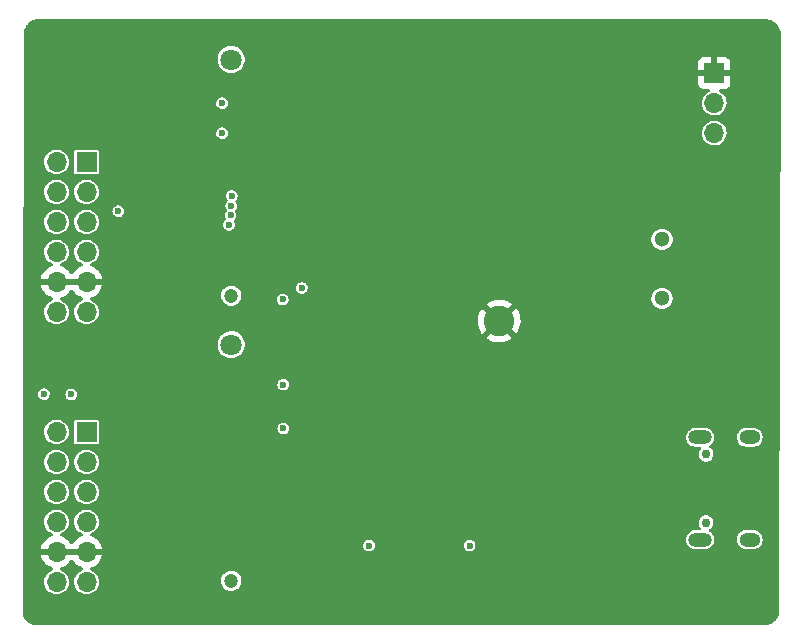
<source format=gbr>
%TF.GenerationSoftware,KiCad,Pcbnew,6.0.11-2627ca5db0~126~ubuntu22.04.1*%
%TF.CreationDate,2023-05-15T07:50:27+07:00*%
%TF.ProjectId,MiSTeX-Pmod,4d695354-6558-42d5-906d-6f642e6b6963,rev?*%
%TF.SameCoordinates,Original*%
%TF.FileFunction,Copper,L2,Inr*%
%TF.FilePolarity,Positive*%
%FSLAX46Y46*%
G04 Gerber Fmt 4.6, Leading zero omitted, Abs format (unit mm)*
G04 Created by KiCad (PCBNEW 6.0.11-2627ca5db0~126~ubuntu22.04.1) date 2023-05-15 07:50:27*
%MOMM*%
%LPD*%
G01*
G04 APERTURE LIST*
%TA.AperFunction,ComponentPad*%
%ADD10C,1.800000*%
%TD*%
%TA.AperFunction,ComponentPad*%
%ADD11C,1.200000*%
%TD*%
%TA.AperFunction,ComponentPad*%
%ADD12C,1.300000*%
%TD*%
%TA.AperFunction,ComponentPad*%
%ADD13C,0.750000*%
%TD*%
%TA.AperFunction,ComponentPad*%
%ADD14O,1.800000X1.200000*%
%TD*%
%TA.AperFunction,ComponentPad*%
%ADD15O,2.000000X1.200000*%
%TD*%
%TA.AperFunction,ComponentPad*%
%ADD16R,1.700000X1.700000*%
%TD*%
%TA.AperFunction,ComponentPad*%
%ADD17O,1.700000X1.700000*%
%TD*%
%TA.AperFunction,ComponentPad*%
%ADD18C,2.600000*%
%TD*%
%TA.AperFunction,ViaPad*%
%ADD19C,0.450000*%
%TD*%
%TA.AperFunction,ViaPad*%
%ADD20C,0.600000*%
%TD*%
%TA.AperFunction,ViaPad*%
%ADD21C,1.300000*%
%TD*%
G04 APERTURE END LIST*
D10*
%TO.N,*%
%TO.C,CN2*%
X132120100Y-74182400D03*
D11*
X132120100Y-94182400D03*
%TD*%
D12*
%TO.N,*%
%TO.C,J2*%
X168598600Y-89409400D03*
X168598600Y-94409400D03*
%TD*%
D13*
%TO.N,*%
%TO.C,J5*%
X172329000Y-113394000D03*
X172329000Y-107594000D03*
D14*
%TO.N,N/C*%
X176029000Y-106164000D03*
X176029000Y-114824000D03*
D15*
X171829000Y-106164000D03*
X171829000Y-114824000D03*
%TD*%
D16*
%TO.N,/PC0_UART2_TX*%
%TO.C,J1*%
X119875300Y-105714800D03*
D17*
%TO.N,/PC1_UART2_RX*%
X119875300Y-108254800D03*
%TO.N,/PB0_SCL*%
X119875300Y-110794800D03*
%TO.N,/PB1_SDA*%
X119875300Y-113334800D03*
%TO.N,GND*%
X119875300Y-115874800D03*
%TO.N,unconnected-(J1-Pad6)*%
X119875300Y-118414800D03*
%TO.N,/PG9_UART1_CTS*%
X117335300Y-105714800D03*
%TO.N,/PG6_UART1_TX*%
X117335300Y-108254800D03*
%TO.N,/PG7_UART1_RX*%
X117335300Y-110794800D03*
%TO.N,/PG8_UART1_RTS*%
X117335300Y-113334800D03*
%TO.N,GND*%
X117335300Y-115874800D03*
%TO.N,unconnected-(J1-Pad12)*%
X117335300Y-118414800D03*
%TD*%
D16*
%TO.N,GND*%
%TO.C,J3*%
X173021100Y-75327400D03*
D17*
%TO.N,/PB9_UART0_RX*%
X173021100Y-77867400D03*
%TO.N,/PB8_UART0_TX*%
X173021100Y-80407400D03*
%TD*%
D16*
%TO.N,Net-(J4-Pad1)*%
%TO.C,J4*%
X119875300Y-82854800D03*
D17*
%TO.N,Net-(J4-Pad2)*%
X119875300Y-85394800D03*
%TO.N,Net-(J4-Pad3)*%
X119875300Y-87934800D03*
%TO.N,Net-(J4-Pad4)*%
X119875300Y-90474800D03*
%TO.N,GND*%
X119875300Y-93014800D03*
%TO.N,unconnected-(J4-Pad6)*%
X119875300Y-95554800D03*
%TO.N,/PD6_CORE_RESET*%
X117335300Y-82854800D03*
%TO.N,/PD7_FPGA_EN*%
X117335300Y-85394800D03*
%TO.N,/PD8_OSD_EN*%
X117335300Y-87934800D03*
%TO.N,/PD9_IO_EN*%
X117335300Y-90474800D03*
%TO.N,GND*%
X117335300Y-93014800D03*
%TO.N,unconnected-(J4-Pad12)*%
X117335300Y-95554800D03*
%TD*%
D10*
%TO.N,*%
%TO.C,CN1*%
X132120100Y-98332400D03*
D11*
X132120100Y-118332400D03*
%TD*%
D18*
%TO.N,GND*%
%TO.C,H1*%
X154820100Y-96322400D03*
%TD*%
D19*
%TO.N,GND*%
X137325100Y-95382400D03*
X133582600Y-95382400D03*
X122270100Y-103332400D03*
X124620100Y-97882400D03*
X140855700Y-97332400D03*
X150184427Y-90860800D03*
X155656972Y-90860800D03*
X124620100Y-106432400D03*
X163106100Y-92735400D03*
D20*
X160909000Y-94488000D03*
D19*
X148180136Y-92710000D03*
X124879100Y-74447400D03*
X155712388Y-92710000D03*
X125220100Y-95282400D03*
D20*
X135870100Y-87182400D03*
X135870100Y-88682400D03*
D19*
X134782600Y-97332400D03*
D20*
X162996100Y-98059400D03*
D19*
X124879100Y-83337400D03*
X159766000Y-91186000D03*
X132370100Y-95382400D03*
X124070100Y-98732400D03*
X156788424Y-92710000D03*
X124752100Y-108864400D03*
X143154758Y-95883000D03*
X122770100Y-107182400D03*
D21*
X130020100Y-98032400D03*
D19*
X124070100Y-100469900D03*
X159766000Y-92710000D03*
X161964100Y-92735400D03*
X144767300Y-91592400D03*
X122270100Y-99232400D03*
X124070100Y-103076150D03*
X125320100Y-97132400D03*
X144454758Y-94483000D03*
X156751481Y-90860800D03*
X145854758Y-93033000D03*
X124070100Y-101338650D03*
X137362600Y-97332400D03*
X124070100Y-99601150D03*
X147104100Y-92710000D03*
D21*
X162687000Y-88359400D03*
D20*
X135870100Y-81182400D03*
D19*
X124070100Y-105682400D03*
X153467954Y-90860800D03*
X124879100Y-84607400D03*
D20*
X128520100Y-100582400D03*
D19*
X124879100Y-82067400D03*
X141904758Y-97183000D03*
X150332208Y-92710000D03*
X124879100Y-75717400D03*
X124070100Y-104813650D03*
D20*
X132870100Y-116332400D03*
X161293400Y-113507800D03*
X135870100Y-82682400D03*
D21*
X130170100Y-94532400D03*
D19*
X134745100Y-95382400D03*
X128420100Y-84632400D03*
D20*
X169802500Y-113846800D03*
D19*
X124070100Y-102207400D03*
D20*
X160909000Y-89535000D03*
D19*
X149256172Y-92710000D03*
X138976100Y-97352400D03*
X143254758Y-92983000D03*
X122270100Y-98207400D03*
X143954758Y-92283000D03*
X124244100Y-95707200D03*
D20*
X128520100Y-102082400D03*
D19*
X142654758Y-93683000D03*
X122270100Y-104357400D03*
X122270100Y-101282400D03*
X149089918Y-90860800D03*
X152373445Y-90860800D03*
X141211300Y-95199200D03*
D20*
X128520100Y-105082400D03*
D21*
X130020100Y-73832400D03*
D19*
X143754758Y-95183000D03*
D20*
X135870100Y-84182400D03*
X132575300Y-103832400D03*
D19*
X142504758Y-96583000D03*
X145630900Y-90881200D03*
X154636352Y-92710000D03*
X147995409Y-90860800D03*
X122270100Y-106407400D03*
X133620100Y-97332400D03*
X131207600Y-95382400D03*
X153560316Y-92710000D03*
D20*
X128520100Y-103582400D03*
D19*
X152484280Y-92710000D03*
D21*
X130170100Y-118682400D03*
D19*
X122270100Y-105382400D03*
X151278936Y-90860800D03*
X129527300Y-97028000D03*
X124879100Y-80797400D03*
X124879100Y-79527400D03*
X123736100Y-108102400D03*
D20*
X135870100Y-85682400D03*
D19*
X135945100Y-97332400D03*
X138976100Y-95402400D03*
X130949700Y-97129600D03*
X129527300Y-95504000D03*
X142004758Y-94383000D03*
X125420100Y-106832400D03*
X123532900Y-96469200D03*
D20*
X169675500Y-107115800D03*
D19*
X146900900Y-90860800D03*
D20*
X173971100Y-82227400D03*
D19*
X124879100Y-76987400D03*
X124879100Y-78257400D03*
X139992100Y-95402400D03*
D20*
X159293400Y-120107800D03*
D19*
X122270100Y-100257400D03*
X124070100Y-103944900D03*
X161798000Y-91059000D03*
X154562463Y-90860800D03*
X139941300Y-97332400D03*
X145154758Y-93783000D03*
X151408244Y-92710000D03*
X122270100Y-102307400D03*
X122720100Y-97231200D03*
X162976100Y-90957400D03*
X135907600Y-95382400D03*
D20*
%TO.N,/RESET*%
X143802100Y-115341400D03*
X152311100Y-115341400D03*
%TO.N,/PD9_IO_EN*%
X131948530Y-88172605D03*
%TO.N,/PD8_OSD_EN*%
X132070100Y-87382400D03*
%TO.N,/PD7_FPGA_EN*%
X132128511Y-86573989D03*
%TO.N,/PD6_CORE_RESET*%
X132170100Y-85732400D03*
%TO.N,/PC0_UART2_TX*%
X138112500Y-93522800D03*
%TO.N,/PC1_UART2_RX*%
X136537700Y-101701600D03*
X136537700Y-105410000D03*
X136486900Y-94488000D03*
%TO.N,Net-(J4-Pad4)*%
X122567700Y-87020400D03*
%TO.N,/PB0_SCL*%
X118579900Y-102539800D03*
%TO.N,/PB1_SDA*%
X116268500Y-102514400D03*
%TO.N,/PB8_UART0_TX*%
X131356100Y-80416400D03*
%TO.N,/PB9_UART0_RX*%
X131356100Y-77876400D03*
%TD*%
%TA.AperFunction,Conductor*%
%TO.N,GND*%
G36*
X177580185Y-70791394D02*
G01*
X177607623Y-70794431D01*
X177663714Y-70806973D01*
X177689245Y-70812682D01*
X177690489Y-70812966D01*
X177782349Y-70834486D01*
X177800213Y-70840101D01*
X177827699Y-70851044D01*
X177889047Y-70875469D01*
X177892511Y-70876909D01*
X177976272Y-70913183D01*
X177990739Y-70920591D01*
X178073664Y-70970052D01*
X178078947Y-70973384D01*
X178154068Y-71023407D01*
X178165087Y-71031646D01*
X178239405Y-71093828D01*
X178245913Y-71099669D01*
X178310701Y-71162022D01*
X178318448Y-71170175D01*
X178382052Y-71243405D01*
X178389048Y-71252228D01*
X178429506Y-71308212D01*
X178441702Y-71325089D01*
X178446583Y-71332362D01*
X178497745Y-71414652D01*
X178504360Y-71426714D01*
X178543373Y-71508100D01*
X178545930Y-71513792D01*
X178583297Y-71602835D01*
X178588607Y-71618196D01*
X178612802Y-71706227D01*
X178613730Y-71709814D01*
X178636310Y-71802721D01*
X178639370Y-71821221D01*
X178648010Y-71917546D01*
X178648111Y-71918739D01*
X178651649Y-71963128D01*
X178655227Y-72008033D01*
X178655625Y-72018329D01*
X178546027Y-119297574D01*
X178542574Y-120787024D01*
X178542291Y-120795165D01*
X178534788Y-120907021D01*
X178534712Y-120908094D01*
X178529285Y-120979826D01*
X178526616Y-120997773D01*
X178504310Y-121097682D01*
X178503600Y-121100684D01*
X178484672Y-121176354D01*
X178483771Y-121179957D01*
X178478903Y-121195218D01*
X178442325Y-121288874D01*
X178440276Y-121293811D01*
X178406707Y-121370051D01*
X178400418Y-121382433D01*
X178350354Y-121468859D01*
X178346416Y-121475216D01*
X178300138Y-121545178D01*
X178293213Y-121554654D01*
X178230749Y-121632261D01*
X178224450Y-121639502D01*
X178177810Y-121689162D01*
X178166910Y-121700768D01*
X178160078Y-121707508D01*
X178110349Y-121752952D01*
X178086541Y-121774708D01*
X178077507Y-121782221D01*
X178010582Y-121832793D01*
X178004481Y-121837125D01*
X177921363Y-121892502D01*
X177909401Y-121899552D01*
X177835426Y-121937826D01*
X177830634Y-121940178D01*
X177739431Y-121982563D01*
X177724508Y-121988375D01*
X177675619Y-122003917D01*
X177646720Y-122013104D01*
X177643654Y-122014036D01*
X177545368Y-122042549D01*
X177527648Y-122046332D01*
X177455573Y-122056353D01*
X177454825Y-122056454D01*
X177348320Y-122070342D01*
X177332030Y-122071400D01*
X115675055Y-122071400D01*
X115665169Y-122071012D01*
X115556737Y-122062478D01*
X115555870Y-122062406D01*
X115487606Y-122056434D01*
X115469189Y-122053434D01*
X115372625Y-122030251D01*
X115369429Y-122029439D01*
X115350721Y-122024426D01*
X115293941Y-122009212D01*
X115278361Y-122003924D01*
X115188356Y-121966643D01*
X115183365Y-121964446D01*
X115110884Y-121930647D01*
X115098301Y-121923886D01*
X115015882Y-121873380D01*
X115009454Y-121869165D01*
X114943454Y-121822951D01*
X114933907Y-121815561D01*
X114860601Y-121752951D01*
X114853338Y-121746236D01*
X114796264Y-121689162D01*
X114789548Y-121681898D01*
X114747147Y-121632253D01*
X114726939Y-121608593D01*
X114719549Y-121599046D01*
X114673335Y-121533046D01*
X114669120Y-121526618D01*
X114618614Y-121444199D01*
X114611853Y-121431616D01*
X114578054Y-121359135D01*
X114575857Y-121354144D01*
X114538576Y-121264139D01*
X114533288Y-121248559D01*
X114513061Y-121173071D01*
X114512249Y-121169875D01*
X114489066Y-121073311D01*
X114486066Y-121054894D01*
X114480094Y-120986630D01*
X114480022Y-120985763D01*
X114471488Y-120877331D01*
X114471100Y-120867445D01*
X114471100Y-119582596D01*
X114472269Y-119017480D01*
X114478217Y-116142766D01*
X116003557Y-116142766D01*
X116033865Y-116277246D01*
X116036945Y-116287075D01*
X116117070Y-116484403D01*
X116121713Y-116493594D01*
X116232994Y-116675188D01*
X116239077Y-116683499D01*
X116378513Y-116844467D01*
X116385880Y-116851683D01*
X116549734Y-116987716D01*
X116558181Y-116993631D01*
X116742056Y-117101079D01*
X116751342Y-117105529D01*
X116950301Y-117181503D01*
X116960210Y-117184382D01*
X116977722Y-117187945D01*
X117040488Y-117221126D01*
X117075350Y-117282974D01*
X117071241Y-117353851D01*
X117029464Y-117411256D01*
X116988183Y-117432286D01*
X116943636Y-117445397D01*
X116762803Y-117539934D01*
X116758003Y-117543794D01*
X116758002Y-117543794D01*
X116720746Y-117573749D01*
X116603777Y-117667794D01*
X116472615Y-117824107D01*
X116469651Y-117829499D01*
X116469648Y-117829503D01*
X116417084Y-117925117D01*
X116374312Y-118002920D01*
X116312612Y-118197421D01*
X116289867Y-118400202D01*
X116291093Y-118414800D01*
X116302928Y-118555733D01*
X116306942Y-118603539D01*
X116363186Y-118799687D01*
X116456458Y-118981175D01*
X116583205Y-119141090D01*
X116738599Y-119273340D01*
X116743977Y-119276346D01*
X116743979Y-119276347D01*
X116786931Y-119300352D01*
X116916721Y-119372889D01*
X117110787Y-119435945D01*
X117313404Y-119460106D01*
X117319539Y-119459634D01*
X117319541Y-119459634D01*
X117510713Y-119444924D01*
X117510717Y-119444923D01*
X117516855Y-119444451D01*
X117713391Y-119389577D01*
X117895526Y-119297574D01*
X117922696Y-119276347D01*
X118051465Y-119175741D01*
X118056321Y-119171947D01*
X118060347Y-119167283D01*
X118185625Y-119022148D01*
X118185626Y-119022146D01*
X118189654Y-119017480D01*
X118290444Y-118840057D01*
X118354853Y-118646437D01*
X118380427Y-118443993D01*
X118380835Y-118414800D01*
X118360923Y-118211721D01*
X118301945Y-118016378D01*
X118206148Y-117836210D01*
X118202250Y-117831431D01*
X118202247Y-117831426D01*
X118109799Y-117718074D01*
X118077181Y-117678080D01*
X117980067Y-117597740D01*
X117924705Y-117551940D01*
X117924700Y-117551937D01*
X117919956Y-117548012D01*
X117914537Y-117545082D01*
X117914534Y-117545080D01*
X117745881Y-117453890D01*
X117745876Y-117453888D01*
X117740461Y-117450960D01*
X117676310Y-117431102D01*
X117617151Y-117391850D01*
X117588604Y-117326846D01*
X117599733Y-117256727D01*
X117647004Y-117203756D01*
X117677363Y-117190051D01*
X117827552Y-117144992D01*
X117837142Y-117141233D01*
X118028395Y-117047539D01*
X118037245Y-117042264D01*
X118210628Y-116918592D01*
X118218500Y-116911939D01*
X118369352Y-116761612D01*
X118376030Y-116753765D01*
X118503322Y-116576619D01*
X118504447Y-116577427D01*
X118551969Y-116533676D01*
X118621907Y-116521461D01*
X118687346Y-116548997D01*
X118715170Y-116580828D01*
X118772990Y-116675183D01*
X118779077Y-116683499D01*
X118918513Y-116844467D01*
X118925880Y-116851683D01*
X119089734Y-116987716D01*
X119098181Y-116993631D01*
X119282056Y-117101079D01*
X119291342Y-117105529D01*
X119490301Y-117181503D01*
X119500210Y-117184382D01*
X119517722Y-117187945D01*
X119580488Y-117221126D01*
X119615350Y-117282974D01*
X119611241Y-117353851D01*
X119569464Y-117411256D01*
X119528183Y-117432286D01*
X119483636Y-117445397D01*
X119302803Y-117539934D01*
X119298003Y-117543794D01*
X119298002Y-117543794D01*
X119260746Y-117573749D01*
X119143777Y-117667794D01*
X119012615Y-117824107D01*
X119009651Y-117829499D01*
X119009648Y-117829503D01*
X118957084Y-117925117D01*
X118914312Y-118002920D01*
X118852612Y-118197421D01*
X118829867Y-118400202D01*
X118831093Y-118414800D01*
X118842928Y-118555733D01*
X118846942Y-118603539D01*
X118903186Y-118799687D01*
X118996458Y-118981175D01*
X119123205Y-119141090D01*
X119278599Y-119273340D01*
X119283977Y-119276346D01*
X119283979Y-119276347D01*
X119326931Y-119300352D01*
X119456721Y-119372889D01*
X119650787Y-119435945D01*
X119853404Y-119460106D01*
X119859539Y-119459634D01*
X119859541Y-119459634D01*
X120050713Y-119444924D01*
X120050717Y-119444923D01*
X120056855Y-119444451D01*
X120253391Y-119389577D01*
X120435526Y-119297574D01*
X120462696Y-119276347D01*
X120591465Y-119175741D01*
X120596321Y-119171947D01*
X120600347Y-119167283D01*
X120725625Y-119022148D01*
X120725626Y-119022146D01*
X120729654Y-119017480D01*
X120830444Y-118840057D01*
X120894853Y-118646437D01*
X120920427Y-118443993D01*
X120920835Y-118414800D01*
X120908073Y-118284644D01*
X131265919Y-118284644D01*
X131266276Y-118291461D01*
X131266276Y-118291465D01*
X131271654Y-118394077D01*
X131275590Y-118469181D01*
X131277401Y-118475754D01*
X131277401Y-118475757D01*
X131312598Y-118603539D01*
X131324662Y-118647336D01*
X131410846Y-118810798D01*
X131530120Y-118951940D01*
X131535544Y-118956087D01*
X131535545Y-118956088D01*
X131671499Y-119060033D01*
X131671503Y-119060036D01*
X131676920Y-119064177D01*
X131683100Y-119067059D01*
X131683102Y-119067060D01*
X131838220Y-119139393D01*
X131838223Y-119139394D01*
X131844397Y-119142273D01*
X131851042Y-119143758D01*
X131851047Y-119143760D01*
X131956287Y-119167283D01*
X132024737Y-119182583D01*
X132030407Y-119182900D01*
X132166264Y-119182900D01*
X132303809Y-119167958D01*
X132478948Y-119109017D01*
X132637344Y-119013843D01*
X132666784Y-118986003D01*
X132766649Y-118891565D01*
X132766651Y-118891563D01*
X132771607Y-118886876D01*
X132875475Y-118734040D01*
X132907739Y-118653375D01*
X132941566Y-118568802D01*
X132941567Y-118568797D01*
X132944100Y-118562465D01*
X132969126Y-118411294D01*
X132973166Y-118386894D01*
X132973166Y-118386890D01*
X132974281Y-118380156D01*
X132968923Y-118277906D01*
X132964967Y-118202432D01*
X132964610Y-118195619D01*
X132938916Y-118102335D01*
X132917351Y-118024046D01*
X132915538Y-118017464D01*
X132829354Y-117854002D01*
X132710080Y-117712860D01*
X132659456Y-117674155D01*
X132568701Y-117604767D01*
X132568697Y-117604764D01*
X132563280Y-117600623D01*
X132557100Y-117597741D01*
X132557098Y-117597740D01*
X132401980Y-117525407D01*
X132401977Y-117525406D01*
X132395803Y-117522527D01*
X132389158Y-117521042D01*
X132389153Y-117521040D01*
X132249229Y-117489765D01*
X132215463Y-117482217D01*
X132209793Y-117481900D01*
X132073936Y-117481900D01*
X131936391Y-117496842D01*
X131761252Y-117555783D01*
X131602856Y-117650957D01*
X131597896Y-117655648D01*
X131597894Y-117655649D01*
X131537396Y-117712860D01*
X131468593Y-117777924D01*
X131364725Y-117930760D01*
X131362192Y-117937094D01*
X131362190Y-117937097D01*
X131298634Y-118095998D01*
X131298633Y-118096003D01*
X131296100Y-118102335D01*
X131265919Y-118284644D01*
X120908073Y-118284644D01*
X120900923Y-118211721D01*
X120841945Y-118016378D01*
X120746148Y-117836210D01*
X120742250Y-117831431D01*
X120742247Y-117831426D01*
X120649799Y-117718074D01*
X120617181Y-117678080D01*
X120520067Y-117597740D01*
X120464705Y-117551940D01*
X120464700Y-117551937D01*
X120459956Y-117548012D01*
X120454537Y-117545082D01*
X120454534Y-117545080D01*
X120285881Y-117453890D01*
X120285876Y-117453888D01*
X120280461Y-117450960D01*
X120216310Y-117431102D01*
X120157151Y-117391850D01*
X120128604Y-117326846D01*
X120139733Y-117256727D01*
X120187004Y-117203756D01*
X120217363Y-117190051D01*
X120367552Y-117144992D01*
X120377142Y-117141233D01*
X120568395Y-117047539D01*
X120577245Y-117042264D01*
X120750628Y-116918592D01*
X120758500Y-116911939D01*
X120909352Y-116761612D01*
X120916030Y-116753765D01*
X121040303Y-116580820D01*
X121045613Y-116571983D01*
X121139970Y-116381067D01*
X121143769Y-116371472D01*
X121205677Y-116167710D01*
X121207855Y-116157637D01*
X121209286Y-116146762D01*
X121207075Y-116132578D01*
X121193917Y-116128800D01*
X116018525Y-116128800D01*
X116004994Y-116132773D01*
X116003557Y-116142766D01*
X114478217Y-116142766D01*
X114479321Y-115608983D01*
X115999689Y-115608983D01*
X116001212Y-115617407D01*
X116013592Y-115620800D01*
X121193644Y-115620800D01*
X121207175Y-115616827D01*
X121208480Y-115607747D01*
X121166514Y-115440675D01*
X121163194Y-115430924D01*
X121121636Y-115335346D01*
X143306593Y-115335346D01*
X143307757Y-115344248D01*
X143307757Y-115344251D01*
X143321250Y-115447430D01*
X143324811Y-115474662D01*
X143381397Y-115603264D01*
X143387174Y-115610137D01*
X143387175Y-115610138D01*
X143399803Y-115625161D01*
X143471804Y-115710816D01*
X143588763Y-115788671D01*
X143722872Y-115830569D01*
X143731842Y-115830733D01*
X143731846Y-115830734D01*
X143796644Y-115831921D01*
X143863350Y-115833144D01*
X143920724Y-115817502D01*
X143990245Y-115798549D01*
X143990247Y-115798548D01*
X143998904Y-115796188D01*
X144118638Y-115722671D01*
X144212925Y-115618505D01*
X144252637Y-115536540D01*
X144270272Y-115500141D01*
X144270272Y-115500140D01*
X144274186Y-115492062D01*
X144297496Y-115353507D01*
X144297644Y-115341400D01*
X144296777Y-115335346D01*
X151815593Y-115335346D01*
X151816757Y-115344248D01*
X151816757Y-115344251D01*
X151830250Y-115447430D01*
X151833811Y-115474662D01*
X151890397Y-115603264D01*
X151896174Y-115610137D01*
X151896175Y-115610138D01*
X151908803Y-115625161D01*
X151980804Y-115710816D01*
X152097763Y-115788671D01*
X152231872Y-115830569D01*
X152240842Y-115830733D01*
X152240846Y-115830734D01*
X152305644Y-115831921D01*
X152372350Y-115833144D01*
X152429724Y-115817502D01*
X152499245Y-115798549D01*
X152499247Y-115798548D01*
X152507904Y-115796188D01*
X152627638Y-115722671D01*
X152721925Y-115618505D01*
X152761637Y-115536540D01*
X152779272Y-115500141D01*
X152779272Y-115500140D01*
X152783186Y-115492062D01*
X152806496Y-115353507D01*
X152806644Y-115341400D01*
X152786726Y-115202317D01*
X152728572Y-115074415D01*
X152636858Y-114967976D01*
X152629327Y-114963095D01*
X152629324Y-114963092D01*
X152526488Y-114896437D01*
X152526486Y-114896436D01*
X152518957Y-114891556D01*
X152510360Y-114888985D01*
X152510358Y-114888984D01*
X152411929Y-114859548D01*
X152384346Y-114851299D01*
X152375370Y-114851244D01*
X152375369Y-114851244D01*
X152316115Y-114850882D01*
X152243847Y-114850441D01*
X152108754Y-114889051D01*
X151989928Y-114964024D01*
X151983986Y-114970752D01*
X151983985Y-114970753D01*
X151943424Y-115016680D01*
X151896921Y-115069335D01*
X151837209Y-115196517D01*
X151835829Y-115205381D01*
X151835828Y-115205384D01*
X151817599Y-115322465D01*
X151815593Y-115335346D01*
X144296777Y-115335346D01*
X144277726Y-115202317D01*
X144219572Y-115074415D01*
X144127858Y-114967976D01*
X144120327Y-114963095D01*
X144120324Y-114963092D01*
X144017488Y-114896437D01*
X144017486Y-114896436D01*
X144009957Y-114891556D01*
X144001360Y-114888985D01*
X144001358Y-114888984D01*
X143902929Y-114859548D01*
X143875346Y-114851299D01*
X143866370Y-114851244D01*
X143866369Y-114851244D01*
X143807115Y-114850882D01*
X143734847Y-114850441D01*
X143599754Y-114889051D01*
X143480928Y-114964024D01*
X143474986Y-114970752D01*
X143474985Y-114970753D01*
X143434424Y-115016680D01*
X143387921Y-115069335D01*
X143328209Y-115196517D01*
X143326829Y-115205381D01*
X143326828Y-115205384D01*
X143308599Y-115322465D01*
X143306593Y-115335346D01*
X121121636Y-115335346D01*
X121078272Y-115235614D01*
X121073405Y-115226539D01*
X120957726Y-115047726D01*
X120951436Y-115039557D01*
X120808106Y-114882040D01*
X120800573Y-114875015D01*
X120728943Y-114818446D01*
X170633517Y-114818446D01*
X170634253Y-114825449D01*
X170634253Y-114825450D01*
X170648315Y-114959234D01*
X170652055Y-114994822D01*
X170709208Y-115162708D01*
X170712898Y-115168706D01*
X170712899Y-115168708D01*
X170754060Y-115235614D01*
X170802136Y-115313760D01*
X170807063Y-115318791D01*
X170807065Y-115318794D01*
X170864177Y-115377115D01*
X170926219Y-115440470D01*
X171075292Y-115536540D01*
X171081912Y-115538950D01*
X171081913Y-115538950D01*
X171235327Y-115594789D01*
X171235330Y-115594790D01*
X171241944Y-115597197D01*
X171289971Y-115603264D01*
X171374987Y-115614004D01*
X171374990Y-115614004D01*
X171378915Y-115614500D01*
X172273593Y-115614500D01*
X172373763Y-115603264D01*
X172398245Y-115600518D01*
X172398246Y-115600518D01*
X172405242Y-115599733D01*
X172411888Y-115597419D01*
X172411891Y-115597418D01*
X172566078Y-115543725D01*
X172566080Y-115543724D01*
X172572725Y-115541410D01*
X172586626Y-115532724D01*
X172717150Y-115451163D01*
X172723124Y-115447430D01*
X172729927Y-115440675D01*
X172843967Y-115327428D01*
X172848965Y-115322465D01*
X172928434Y-115197241D01*
X172940221Y-115178668D01*
X172940223Y-115178665D01*
X172943992Y-115172725D01*
X172976090Y-115082585D01*
X173001122Y-115012288D01*
X173001123Y-115012286D01*
X173003484Y-115005654D01*
X173005611Y-114987822D01*
X173023649Y-114836547D01*
X173024483Y-114829554D01*
X173023747Y-114822550D01*
X173023316Y-114818446D01*
X174933517Y-114818446D01*
X174934253Y-114825449D01*
X174934253Y-114825450D01*
X174948315Y-114959234D01*
X174952055Y-114994822D01*
X175009208Y-115162708D01*
X175012898Y-115168706D01*
X175012899Y-115168708D01*
X175054060Y-115235614D01*
X175102136Y-115313760D01*
X175107063Y-115318791D01*
X175107065Y-115318794D01*
X175164177Y-115377115D01*
X175226219Y-115440470D01*
X175375292Y-115536540D01*
X175381912Y-115538950D01*
X175381913Y-115538950D01*
X175535327Y-115594789D01*
X175535330Y-115594790D01*
X175541944Y-115597197D01*
X175589971Y-115603264D01*
X175674987Y-115614004D01*
X175674990Y-115614004D01*
X175678915Y-115614500D01*
X176373593Y-115614500D01*
X176473763Y-115603264D01*
X176498245Y-115600518D01*
X176498246Y-115600518D01*
X176505242Y-115599733D01*
X176511888Y-115597419D01*
X176511891Y-115597418D01*
X176666078Y-115543725D01*
X176666080Y-115543724D01*
X176672725Y-115541410D01*
X176686626Y-115532724D01*
X176817150Y-115451163D01*
X176823124Y-115447430D01*
X176829927Y-115440675D01*
X176943967Y-115327428D01*
X176948965Y-115322465D01*
X177028434Y-115197241D01*
X177040221Y-115178668D01*
X177040223Y-115178665D01*
X177043992Y-115172725D01*
X177076090Y-115082585D01*
X177101122Y-115012288D01*
X177101123Y-115012286D01*
X177103484Y-115005654D01*
X177105611Y-114987822D01*
X177123649Y-114836547D01*
X177124483Y-114829554D01*
X177123747Y-114822550D01*
X177106681Y-114660178D01*
X177106680Y-114660176D01*
X177105945Y-114653178D01*
X177061598Y-114522909D01*
X177051063Y-114491962D01*
X177051062Y-114491959D01*
X177048792Y-114485292D01*
X177042630Y-114475275D01*
X176959555Y-114340240D01*
X176955864Y-114334240D01*
X176950937Y-114329209D01*
X176950935Y-114329206D01*
X176844337Y-114220352D01*
X176831781Y-114207530D01*
X176682708Y-114111460D01*
X176639521Y-114095741D01*
X176522673Y-114053211D01*
X176522670Y-114053210D01*
X176516056Y-114050803D01*
X176459644Y-114043677D01*
X176383013Y-114033996D01*
X176383010Y-114033996D01*
X176379085Y-114033500D01*
X175684407Y-114033500D01*
X175592414Y-114043819D01*
X175559755Y-114047482D01*
X175559754Y-114047482D01*
X175552758Y-114048267D01*
X175546112Y-114050581D01*
X175546109Y-114050582D01*
X175391922Y-114104275D01*
X175391920Y-114104276D01*
X175385275Y-114106590D01*
X175379305Y-114110321D01*
X175379304Y-114110321D01*
X175314718Y-114150679D01*
X175234876Y-114200570D01*
X175109035Y-114325535D01*
X175074404Y-114380106D01*
X175017779Y-114469332D01*
X175017777Y-114469335D01*
X175014008Y-114475275D01*
X175011646Y-114481907D01*
X175011646Y-114481908D01*
X174984781Y-114557354D01*
X174954516Y-114642346D01*
X174953683Y-114649334D01*
X174953682Y-114649337D01*
X174943191Y-114737317D01*
X174933517Y-114818446D01*
X173023316Y-114818446D01*
X173006681Y-114660178D01*
X173006680Y-114660176D01*
X173005945Y-114653178D01*
X172961598Y-114522909D01*
X172951063Y-114491962D01*
X172951062Y-114491959D01*
X172948792Y-114485292D01*
X172942630Y-114475275D01*
X172859555Y-114340240D01*
X172855864Y-114334240D01*
X172850937Y-114329209D01*
X172850935Y-114329206D01*
X172744337Y-114220352D01*
X172731781Y-114207530D01*
X172725861Y-114203715D01*
X172725855Y-114203710D01*
X172643567Y-114150679D01*
X172597142Y-114096965D01*
X172587127Y-114026678D01*
X172616702Y-113962135D01*
X172637761Y-113942832D01*
X172638703Y-113942148D01*
X172760587Y-113853594D01*
X172803844Y-113801305D01*
X172856271Y-113737932D01*
X172856274Y-113737928D01*
X172861324Y-113731823D01*
X172928614Y-113588826D01*
X172958227Y-113433588D01*
X172948304Y-113275862D01*
X172936546Y-113239675D01*
X172901916Y-113133095D01*
X172901915Y-113133092D01*
X172899467Y-113125559D01*
X172814786Y-112992123D01*
X172699582Y-112883938D01*
X172561092Y-112807803D01*
X172408019Y-112768500D01*
X172289650Y-112768500D01*
X172285725Y-112768996D01*
X172285722Y-112768996D01*
X172180067Y-112782343D01*
X172180065Y-112782343D01*
X172172208Y-112783336D01*
X172164840Y-112786253D01*
X172164841Y-112786253D01*
X172032637Y-112838596D01*
X172032634Y-112838597D01*
X172025268Y-112841514D01*
X171897413Y-112934406D01*
X171892360Y-112940514D01*
X171801729Y-113050068D01*
X171801726Y-113050072D01*
X171796676Y-113056177D01*
X171729386Y-113199174D01*
X171699773Y-113354412D01*
X171709696Y-113512138D01*
X171715326Y-113529464D01*
X171732085Y-113581042D01*
X171758533Y-113662441D01*
X171843214Y-113795877D01*
X171848993Y-113801304D01*
X171848994Y-113801305D01*
X171864270Y-113815650D01*
X171900236Y-113876863D01*
X171897397Y-113947803D01*
X171856657Y-114005947D01*
X171790949Y-114032835D01*
X171778017Y-114033500D01*
X171384407Y-114033500D01*
X171292414Y-114043819D01*
X171259755Y-114047482D01*
X171259754Y-114047482D01*
X171252758Y-114048267D01*
X171246112Y-114050581D01*
X171246109Y-114050582D01*
X171091922Y-114104275D01*
X171091920Y-114104276D01*
X171085275Y-114106590D01*
X171079305Y-114110321D01*
X171079304Y-114110321D01*
X171014718Y-114150679D01*
X170934876Y-114200570D01*
X170809035Y-114325535D01*
X170774404Y-114380106D01*
X170717779Y-114469332D01*
X170717777Y-114469335D01*
X170714008Y-114475275D01*
X170711646Y-114481907D01*
X170711646Y-114481908D01*
X170684781Y-114557354D01*
X170654516Y-114642346D01*
X170653683Y-114649334D01*
X170653682Y-114649337D01*
X170643191Y-114737317D01*
X170633517Y-114818446D01*
X120728943Y-114818446D01*
X120633439Y-114743022D01*
X120624852Y-114737317D01*
X120438417Y-114634399D01*
X120429005Y-114630169D01*
X120223384Y-114557354D01*
X120223954Y-114555745D01*
X120169654Y-114522909D01*
X120138409Y-114459158D01*
X120146590Y-114388634D01*
X120191600Y-114333729D01*
X120228702Y-114316470D01*
X120253391Y-114309577D01*
X120435526Y-114217574D01*
X120441939Y-114212564D01*
X120591465Y-114095741D01*
X120596321Y-114091947D01*
X120631836Y-114050803D01*
X120725625Y-113942148D01*
X120725626Y-113942146D01*
X120729654Y-113937480D01*
X120830444Y-113760057D01*
X120894853Y-113566437D01*
X120920427Y-113363993D01*
X120920835Y-113334800D01*
X120900923Y-113131721D01*
X120841945Y-112936378D01*
X120746148Y-112756210D01*
X120742250Y-112751431D01*
X120742247Y-112751426D01*
X120674250Y-112668054D01*
X120617181Y-112598080D01*
X120558775Y-112549762D01*
X120464705Y-112471940D01*
X120464700Y-112471937D01*
X120459956Y-112468012D01*
X120454537Y-112465082D01*
X120454534Y-112465080D01*
X120285881Y-112373890D01*
X120285876Y-112373888D01*
X120280461Y-112370960D01*
X120256862Y-112363655D01*
X120091421Y-112312442D01*
X120091418Y-112312441D01*
X120085534Y-112310620D01*
X120079409Y-112309976D01*
X120079408Y-112309976D01*
X119888727Y-112289934D01*
X119888726Y-112289934D01*
X119882599Y-112289290D01*
X119754767Y-112300924D01*
X119685527Y-112307225D01*
X119685526Y-112307225D01*
X119679386Y-112307784D01*
X119673472Y-112309525D01*
X119673470Y-112309525D01*
X119541462Y-112348378D01*
X119483636Y-112365397D01*
X119302803Y-112459934D01*
X119298003Y-112463794D01*
X119298002Y-112463794D01*
X119260746Y-112493749D01*
X119143777Y-112587794D01*
X119012615Y-112744107D01*
X119009651Y-112749499D01*
X119009648Y-112749503D01*
X118989445Y-112786253D01*
X118914312Y-112922920D01*
X118912451Y-112928787D01*
X118912450Y-112928789D01*
X118911769Y-112930936D01*
X118852612Y-113117421D01*
X118829867Y-113320202D01*
X118831093Y-113334800D01*
X118845985Y-113512138D01*
X118846942Y-113523539D01*
X118848641Y-113529464D01*
X118865663Y-113588826D01*
X118903186Y-113719687D01*
X118996458Y-113901175D01*
X119123205Y-114061090D01*
X119278599Y-114193340D01*
X119283977Y-114196346D01*
X119283979Y-114196347D01*
X119326931Y-114220352D01*
X119456721Y-114292889D01*
X119533871Y-114317957D01*
X119592476Y-114358029D01*
X119620113Y-114423426D01*
X119608006Y-114493383D01*
X119560000Y-114545689D01*
X119534079Y-114557554D01*
X119352168Y-114617012D01*
X119342659Y-114621009D01*
X119153763Y-114719342D01*
X119145038Y-114724836D01*
X118974733Y-114852705D01*
X118967026Y-114859548D01*
X118819890Y-115013517D01*
X118813404Y-115021527D01*
X118708493Y-115175321D01*
X118653582Y-115220324D01*
X118583057Y-115228495D01*
X118519310Y-115197241D01*
X118498613Y-115172757D01*
X118417727Y-115047726D01*
X118411436Y-115039557D01*
X118268106Y-114882040D01*
X118260573Y-114875015D01*
X118093439Y-114743022D01*
X118084852Y-114737317D01*
X117898417Y-114634399D01*
X117889005Y-114630169D01*
X117683384Y-114557354D01*
X117683954Y-114555745D01*
X117629654Y-114522909D01*
X117598409Y-114459158D01*
X117606590Y-114388634D01*
X117651600Y-114333729D01*
X117688702Y-114316470D01*
X117713391Y-114309577D01*
X117895526Y-114217574D01*
X117901939Y-114212564D01*
X118051465Y-114095741D01*
X118056321Y-114091947D01*
X118091836Y-114050803D01*
X118185625Y-113942148D01*
X118185626Y-113942146D01*
X118189654Y-113937480D01*
X118290444Y-113760057D01*
X118354853Y-113566437D01*
X118380427Y-113363993D01*
X118380835Y-113334800D01*
X118360923Y-113131721D01*
X118301945Y-112936378D01*
X118206148Y-112756210D01*
X118202250Y-112751431D01*
X118202247Y-112751426D01*
X118134250Y-112668054D01*
X118077181Y-112598080D01*
X118018775Y-112549762D01*
X117924705Y-112471940D01*
X117924700Y-112471937D01*
X117919956Y-112468012D01*
X117914537Y-112465082D01*
X117914534Y-112465080D01*
X117745881Y-112373890D01*
X117745876Y-112373888D01*
X117740461Y-112370960D01*
X117716862Y-112363655D01*
X117551421Y-112312442D01*
X117551418Y-112312441D01*
X117545534Y-112310620D01*
X117539409Y-112309976D01*
X117539408Y-112309976D01*
X117348727Y-112289934D01*
X117348726Y-112289934D01*
X117342599Y-112289290D01*
X117214767Y-112300924D01*
X117145527Y-112307225D01*
X117145526Y-112307225D01*
X117139386Y-112307784D01*
X117133472Y-112309525D01*
X117133470Y-112309525D01*
X117001462Y-112348378D01*
X116943636Y-112365397D01*
X116762803Y-112459934D01*
X116758003Y-112463794D01*
X116758002Y-112463794D01*
X116720746Y-112493749D01*
X116603777Y-112587794D01*
X116472615Y-112744107D01*
X116469651Y-112749499D01*
X116469648Y-112749503D01*
X116449445Y-112786253D01*
X116374312Y-112922920D01*
X116372451Y-112928787D01*
X116372450Y-112928789D01*
X116371769Y-112930936D01*
X116312612Y-113117421D01*
X116289867Y-113320202D01*
X116291093Y-113334800D01*
X116305985Y-113512138D01*
X116306942Y-113523539D01*
X116308641Y-113529464D01*
X116325663Y-113588826D01*
X116363186Y-113719687D01*
X116456458Y-113901175D01*
X116583205Y-114061090D01*
X116738599Y-114193340D01*
X116743977Y-114196346D01*
X116743979Y-114196347D01*
X116786931Y-114220352D01*
X116916721Y-114292889D01*
X116993871Y-114317957D01*
X117052476Y-114358029D01*
X117080113Y-114423426D01*
X117068006Y-114493383D01*
X117020000Y-114545689D01*
X116994079Y-114557554D01*
X116812168Y-114617012D01*
X116802659Y-114621009D01*
X116613763Y-114719342D01*
X116605038Y-114724836D01*
X116434733Y-114852705D01*
X116427026Y-114859548D01*
X116279890Y-115013517D01*
X116273404Y-115021527D01*
X116153398Y-115197449D01*
X116148300Y-115206423D01*
X116058638Y-115399583D01*
X116055075Y-115409270D01*
X115999689Y-115608983D01*
X114479321Y-115608983D01*
X114489312Y-110780202D01*
X116289867Y-110780202D01*
X116306942Y-110983539D01*
X116363186Y-111179687D01*
X116456458Y-111361175D01*
X116583205Y-111521090D01*
X116738599Y-111653340D01*
X116743977Y-111656346D01*
X116743979Y-111656347D01*
X116786931Y-111680352D01*
X116916721Y-111752889D01*
X117110787Y-111815945D01*
X117313404Y-111840106D01*
X117319539Y-111839634D01*
X117319541Y-111839634D01*
X117510713Y-111824924D01*
X117510717Y-111824923D01*
X117516855Y-111824451D01*
X117713391Y-111769577D01*
X117895526Y-111677574D01*
X117922696Y-111656347D01*
X118051465Y-111555741D01*
X118056321Y-111551947D01*
X118189654Y-111397480D01*
X118290444Y-111220057D01*
X118354853Y-111026437D01*
X118380427Y-110823993D01*
X118380835Y-110794800D01*
X118379404Y-110780202D01*
X118829867Y-110780202D01*
X118846942Y-110983539D01*
X118903186Y-111179687D01*
X118996458Y-111361175D01*
X119123205Y-111521090D01*
X119278599Y-111653340D01*
X119283977Y-111656346D01*
X119283979Y-111656347D01*
X119326931Y-111680352D01*
X119456721Y-111752889D01*
X119650787Y-111815945D01*
X119853404Y-111840106D01*
X119859539Y-111839634D01*
X119859541Y-111839634D01*
X120050713Y-111824924D01*
X120050717Y-111824923D01*
X120056855Y-111824451D01*
X120253391Y-111769577D01*
X120435526Y-111677574D01*
X120462696Y-111656347D01*
X120591465Y-111555741D01*
X120596321Y-111551947D01*
X120729654Y-111397480D01*
X120830444Y-111220057D01*
X120894853Y-111026437D01*
X120920427Y-110823993D01*
X120920835Y-110794800D01*
X120900923Y-110591721D01*
X120841945Y-110396378D01*
X120746148Y-110216210D01*
X120742250Y-110211431D01*
X120742247Y-110211426D01*
X120674250Y-110128054D01*
X120617181Y-110058080D01*
X120558775Y-110009762D01*
X120464705Y-109931940D01*
X120464700Y-109931937D01*
X120459956Y-109928012D01*
X120454537Y-109925082D01*
X120454534Y-109925080D01*
X120285881Y-109833890D01*
X120285876Y-109833888D01*
X120280461Y-109830960D01*
X120256862Y-109823655D01*
X120091421Y-109772442D01*
X120091418Y-109772441D01*
X120085534Y-109770620D01*
X120079409Y-109769976D01*
X120079408Y-109769976D01*
X119888727Y-109749934D01*
X119888726Y-109749934D01*
X119882599Y-109749290D01*
X119754767Y-109760924D01*
X119685527Y-109767225D01*
X119685526Y-109767225D01*
X119679386Y-109767784D01*
X119673472Y-109769525D01*
X119673470Y-109769525D01*
X119541462Y-109808378D01*
X119483636Y-109825397D01*
X119302803Y-109919934D01*
X119298003Y-109923794D01*
X119298002Y-109923794D01*
X119260745Y-109953749D01*
X119143777Y-110047794D01*
X119012615Y-110204107D01*
X119009651Y-110209499D01*
X119009648Y-110209503D01*
X118929615Y-110355083D01*
X118914312Y-110382920D01*
X118852612Y-110577421D01*
X118829867Y-110780202D01*
X118379404Y-110780202D01*
X118360923Y-110591721D01*
X118301945Y-110396378D01*
X118206148Y-110216210D01*
X118202250Y-110211431D01*
X118202247Y-110211426D01*
X118134250Y-110128054D01*
X118077181Y-110058080D01*
X118018775Y-110009762D01*
X117924705Y-109931940D01*
X117924700Y-109931937D01*
X117919956Y-109928012D01*
X117914537Y-109925082D01*
X117914534Y-109925080D01*
X117745881Y-109833890D01*
X117745876Y-109833888D01*
X117740461Y-109830960D01*
X117716862Y-109823655D01*
X117551421Y-109772442D01*
X117551418Y-109772441D01*
X117545534Y-109770620D01*
X117539409Y-109769976D01*
X117539408Y-109769976D01*
X117348727Y-109749934D01*
X117348726Y-109749934D01*
X117342599Y-109749290D01*
X117214767Y-109760924D01*
X117145527Y-109767225D01*
X117145526Y-109767225D01*
X117139386Y-109767784D01*
X117133472Y-109769525D01*
X117133470Y-109769525D01*
X117001462Y-109808378D01*
X116943636Y-109825397D01*
X116762803Y-109919934D01*
X116758003Y-109923794D01*
X116758002Y-109923794D01*
X116720745Y-109953749D01*
X116603777Y-110047794D01*
X116472615Y-110204107D01*
X116469651Y-110209499D01*
X116469648Y-110209503D01*
X116389615Y-110355083D01*
X116374312Y-110382920D01*
X116312612Y-110577421D01*
X116289867Y-110780202D01*
X114489312Y-110780202D01*
X114494568Y-108240202D01*
X116289867Y-108240202D01*
X116306942Y-108443539D01*
X116363186Y-108639687D01*
X116456458Y-108821175D01*
X116583205Y-108981090D01*
X116738599Y-109113340D01*
X116743977Y-109116346D01*
X116743979Y-109116347D01*
X116786931Y-109140352D01*
X116916721Y-109212889D01*
X117110787Y-109275945D01*
X117313404Y-109300106D01*
X117319539Y-109299634D01*
X117319541Y-109299634D01*
X117510713Y-109284924D01*
X117510717Y-109284923D01*
X117516855Y-109284451D01*
X117713391Y-109229577D01*
X117895526Y-109137574D01*
X117922696Y-109116347D01*
X118051465Y-109015741D01*
X118056321Y-109011947D01*
X118189654Y-108857480D01*
X118290444Y-108680057D01*
X118354853Y-108486437D01*
X118380427Y-108283993D01*
X118380835Y-108254800D01*
X118379404Y-108240202D01*
X118829867Y-108240202D01*
X118846942Y-108443539D01*
X118903186Y-108639687D01*
X118996458Y-108821175D01*
X119123205Y-108981090D01*
X119278599Y-109113340D01*
X119283977Y-109116346D01*
X119283979Y-109116347D01*
X119326931Y-109140352D01*
X119456721Y-109212889D01*
X119650787Y-109275945D01*
X119853404Y-109300106D01*
X119859539Y-109299634D01*
X119859541Y-109299634D01*
X120050713Y-109284924D01*
X120050717Y-109284923D01*
X120056855Y-109284451D01*
X120253391Y-109229577D01*
X120435526Y-109137574D01*
X120462696Y-109116347D01*
X120591465Y-109015741D01*
X120596321Y-109011947D01*
X120729654Y-108857480D01*
X120830444Y-108680057D01*
X120894853Y-108486437D01*
X120920427Y-108283993D01*
X120920835Y-108254800D01*
X120900923Y-108051721D01*
X120841945Y-107856378D01*
X120746148Y-107676210D01*
X120742250Y-107671431D01*
X120742247Y-107671426D01*
X120674250Y-107588054D01*
X120617181Y-107518080D01*
X120473449Y-107399174D01*
X120464705Y-107391940D01*
X120464700Y-107391937D01*
X120459956Y-107388012D01*
X120454537Y-107385082D01*
X120454534Y-107385080D01*
X120285881Y-107293890D01*
X120285876Y-107293888D01*
X120280461Y-107290960D01*
X120191268Y-107263350D01*
X120091421Y-107232442D01*
X120091418Y-107232441D01*
X120085534Y-107230620D01*
X120079409Y-107229976D01*
X120079408Y-107229976D01*
X119888727Y-107209934D01*
X119888726Y-107209934D01*
X119882599Y-107209290D01*
X119754767Y-107220924D01*
X119685527Y-107227225D01*
X119685526Y-107227225D01*
X119679386Y-107227784D01*
X119673472Y-107229525D01*
X119673470Y-107229525D01*
X119603672Y-107250068D01*
X119483636Y-107285397D01*
X119302803Y-107379934D01*
X119298003Y-107383794D01*
X119298002Y-107383794D01*
X119287790Y-107392005D01*
X119143777Y-107507794D01*
X119012615Y-107664107D01*
X119009651Y-107669499D01*
X119009648Y-107669503D01*
X118944050Y-107788826D01*
X118914312Y-107842920D01*
X118912451Y-107848787D01*
X118912450Y-107848789D01*
X118888385Y-107924650D01*
X118852612Y-108037421D01*
X118829867Y-108240202D01*
X118379404Y-108240202D01*
X118360923Y-108051721D01*
X118301945Y-107856378D01*
X118206148Y-107676210D01*
X118202250Y-107671431D01*
X118202247Y-107671426D01*
X118134250Y-107588054D01*
X118077181Y-107518080D01*
X117933449Y-107399174D01*
X117924705Y-107391940D01*
X117924700Y-107391937D01*
X117919956Y-107388012D01*
X117914537Y-107385082D01*
X117914534Y-107385080D01*
X117745881Y-107293890D01*
X117745876Y-107293888D01*
X117740461Y-107290960D01*
X117651268Y-107263350D01*
X117551421Y-107232442D01*
X117551418Y-107232441D01*
X117545534Y-107230620D01*
X117539409Y-107229976D01*
X117539408Y-107229976D01*
X117348727Y-107209934D01*
X117348726Y-107209934D01*
X117342599Y-107209290D01*
X117214767Y-107220924D01*
X117145527Y-107227225D01*
X117145526Y-107227225D01*
X117139386Y-107227784D01*
X117133472Y-107229525D01*
X117133470Y-107229525D01*
X117063672Y-107250068D01*
X116943636Y-107285397D01*
X116762803Y-107379934D01*
X116758003Y-107383794D01*
X116758002Y-107383794D01*
X116747790Y-107392005D01*
X116603777Y-107507794D01*
X116472615Y-107664107D01*
X116469651Y-107669499D01*
X116469648Y-107669503D01*
X116404050Y-107788826D01*
X116374312Y-107842920D01*
X116372451Y-107848787D01*
X116372450Y-107848789D01*
X116348385Y-107924650D01*
X116312612Y-108037421D01*
X116289867Y-108240202D01*
X114494568Y-108240202D01*
X114499823Y-105700202D01*
X116289867Y-105700202D01*
X116291093Y-105714800D01*
X116303294Y-105860092D01*
X116306942Y-105903539D01*
X116308641Y-105909464D01*
X116334653Y-106000178D01*
X116363186Y-106099687D01*
X116456458Y-106281175D01*
X116583205Y-106441090D01*
X116738599Y-106573340D01*
X116743977Y-106576346D01*
X116743979Y-106576347D01*
X116786931Y-106600352D01*
X116916721Y-106672889D01*
X117110787Y-106735945D01*
X117313404Y-106760106D01*
X117319539Y-106759634D01*
X117319541Y-106759634D01*
X117510713Y-106744924D01*
X117510717Y-106744923D01*
X117516855Y-106744451D01*
X117713391Y-106689577D01*
X117895526Y-106597574D01*
X117913461Y-106583562D01*
X118834800Y-106583562D01*
X118845853Y-106639129D01*
X118887957Y-106702143D01*
X118950971Y-106744247D01*
X118963140Y-106746668D01*
X118963141Y-106746668D01*
X119000470Y-106754093D01*
X119006538Y-106755300D01*
X120744062Y-106755300D01*
X120750130Y-106754093D01*
X120787459Y-106746668D01*
X120787460Y-106746668D01*
X120799629Y-106744247D01*
X120862643Y-106702143D01*
X120904747Y-106639129D01*
X120915800Y-106583562D01*
X120915800Y-106158446D01*
X170633517Y-106158446D01*
X170634253Y-106165449D01*
X170634253Y-106165450D01*
X170635420Y-106176547D01*
X170652055Y-106334822D01*
X170654324Y-106341486D01*
X170700028Y-106475741D01*
X170709208Y-106502708D01*
X170712898Y-106508706D01*
X170712899Y-106508708D01*
X170750204Y-106569346D01*
X170802136Y-106653760D01*
X170807063Y-106658791D01*
X170807065Y-106658794D01*
X170849516Y-106702143D01*
X170926219Y-106780470D01*
X171075292Y-106876540D01*
X171081912Y-106878950D01*
X171081913Y-106878950D01*
X171235327Y-106934789D01*
X171235330Y-106934790D01*
X171241944Y-106937197D01*
X171298356Y-106944323D01*
X171374987Y-106954004D01*
X171374990Y-106954004D01*
X171378915Y-106954500D01*
X171778481Y-106954500D01*
X171846602Y-106974502D01*
X171893095Y-107028158D01*
X171903199Y-107098432D01*
X171875566Y-107160815D01*
X171801729Y-107250068D01*
X171801726Y-107250072D01*
X171796676Y-107256177D01*
X171729386Y-107399174D01*
X171727901Y-107406957D01*
X171727901Y-107406958D01*
X171706704Y-107518080D01*
X171699773Y-107554412D01*
X171709696Y-107712138D01*
X171712147Y-107719681D01*
X171754795Y-107850936D01*
X171758533Y-107862441D01*
X171843214Y-107995877D01*
X171848993Y-108001304D01*
X171848994Y-108001305D01*
X171887453Y-108037421D01*
X171958418Y-108104062D01*
X172096908Y-108180197D01*
X172249981Y-108219500D01*
X172368350Y-108219500D01*
X172372275Y-108219004D01*
X172372278Y-108219004D01*
X172477933Y-108205657D01*
X172477935Y-108205657D01*
X172485792Y-108204664D01*
X172557234Y-108176378D01*
X172625363Y-108149404D01*
X172625366Y-108149403D01*
X172632732Y-108146486D01*
X172760587Y-108053594D01*
X172803844Y-108001305D01*
X172856271Y-107937932D01*
X172856274Y-107937928D01*
X172861324Y-107931823D01*
X172928614Y-107788826D01*
X172949057Y-107681661D01*
X172956742Y-107641374D01*
X172956742Y-107641372D01*
X172958227Y-107633588D01*
X172948304Y-107475862D01*
X172936546Y-107439675D01*
X172901916Y-107333095D01*
X172901915Y-107333092D01*
X172899467Y-107325559D01*
X172814786Y-107192123D01*
X172699582Y-107083938D01*
X172647875Y-107055512D01*
X172597817Y-107005167D01*
X172582923Y-106935750D01*
X172607924Y-106869300D01*
X172641806Y-106838243D01*
X172717150Y-106791163D01*
X172723124Y-106787430D01*
X172848965Y-106662465D01*
X172908060Y-106569346D01*
X172940221Y-106518668D01*
X172940223Y-106518665D01*
X172943992Y-106512725D01*
X172968078Y-106445085D01*
X173001122Y-106352288D01*
X173001123Y-106352286D01*
X173003484Y-106345654D01*
X173005611Y-106327822D01*
X173023649Y-106176547D01*
X173024483Y-106169554D01*
X173023747Y-106162550D01*
X173023316Y-106158446D01*
X174933517Y-106158446D01*
X174934253Y-106165449D01*
X174934253Y-106165450D01*
X174935420Y-106176547D01*
X174952055Y-106334822D01*
X174954324Y-106341486D01*
X175000028Y-106475741D01*
X175009208Y-106502708D01*
X175012898Y-106508706D01*
X175012899Y-106508708D01*
X175050204Y-106569346D01*
X175102136Y-106653760D01*
X175107063Y-106658791D01*
X175107065Y-106658794D01*
X175149516Y-106702143D01*
X175226219Y-106780470D01*
X175375292Y-106876540D01*
X175381912Y-106878950D01*
X175381913Y-106878950D01*
X175535327Y-106934789D01*
X175535330Y-106934790D01*
X175541944Y-106937197D01*
X175598356Y-106944323D01*
X175674987Y-106954004D01*
X175674990Y-106954004D01*
X175678915Y-106954500D01*
X176373593Y-106954500D01*
X176465586Y-106944181D01*
X176498245Y-106940518D01*
X176498246Y-106940518D01*
X176505242Y-106939733D01*
X176511888Y-106937419D01*
X176511891Y-106937418D01*
X176666078Y-106883725D01*
X176666080Y-106883724D01*
X176672725Y-106881410D01*
X176686626Y-106872724D01*
X176817150Y-106791163D01*
X176823124Y-106787430D01*
X176948965Y-106662465D01*
X177008060Y-106569346D01*
X177040221Y-106518668D01*
X177040223Y-106518665D01*
X177043992Y-106512725D01*
X177068078Y-106445085D01*
X177101122Y-106352288D01*
X177101123Y-106352286D01*
X177103484Y-106345654D01*
X177105611Y-106327822D01*
X177123649Y-106176547D01*
X177124483Y-106169554D01*
X177123747Y-106162550D01*
X177106681Y-106000178D01*
X177106680Y-106000176D01*
X177105945Y-105993178D01*
X177048792Y-105825292D01*
X177042630Y-105815275D01*
X176967873Y-105693761D01*
X176955864Y-105674240D01*
X176950937Y-105669209D01*
X176950935Y-105669206D01*
X176852552Y-105568741D01*
X176831781Y-105547530D01*
X176682708Y-105451460D01*
X176662968Y-105444275D01*
X176522673Y-105393211D01*
X176522670Y-105393210D01*
X176516056Y-105390803D01*
X176459644Y-105383677D01*
X176383013Y-105373996D01*
X176383010Y-105373996D01*
X176379085Y-105373500D01*
X175684407Y-105373500D01*
X175592414Y-105383819D01*
X175559755Y-105387482D01*
X175559754Y-105387482D01*
X175552758Y-105388267D01*
X175546112Y-105390581D01*
X175546109Y-105390582D01*
X175391922Y-105444275D01*
X175391920Y-105444276D01*
X175385275Y-105446590D01*
X175379305Y-105450321D01*
X175379304Y-105450321D01*
X175313321Y-105491552D01*
X175234876Y-105540570D01*
X175229878Y-105545533D01*
X175229877Y-105545534D01*
X175172940Y-105602075D01*
X175109035Y-105665535D01*
X175079996Y-105711294D01*
X175017779Y-105809332D01*
X175017777Y-105809335D01*
X175014008Y-105815275D01*
X175011646Y-105821907D01*
X175011646Y-105821908D01*
X174984076Y-105899334D01*
X174954516Y-105982346D01*
X174953683Y-105989334D01*
X174953682Y-105989337D01*
X174941230Y-106093763D01*
X174933517Y-106158446D01*
X173023316Y-106158446D01*
X173006681Y-106000178D01*
X173006680Y-106000176D01*
X173005945Y-105993178D01*
X172948792Y-105825292D01*
X172942630Y-105815275D01*
X172867873Y-105693761D01*
X172855864Y-105674240D01*
X172850937Y-105669209D01*
X172850935Y-105669206D01*
X172752552Y-105568741D01*
X172731781Y-105547530D01*
X172582708Y-105451460D01*
X172562968Y-105444275D01*
X172422673Y-105393211D01*
X172422670Y-105393210D01*
X172416056Y-105390803D01*
X172359644Y-105383677D01*
X172283013Y-105373996D01*
X172283010Y-105373996D01*
X172279085Y-105373500D01*
X171384407Y-105373500D01*
X171292414Y-105383819D01*
X171259755Y-105387482D01*
X171259754Y-105387482D01*
X171252758Y-105388267D01*
X171246112Y-105390581D01*
X171246109Y-105390582D01*
X171091922Y-105444275D01*
X171091920Y-105444276D01*
X171085275Y-105446590D01*
X171079305Y-105450321D01*
X171079304Y-105450321D01*
X171013321Y-105491552D01*
X170934876Y-105540570D01*
X170929878Y-105545533D01*
X170929877Y-105545534D01*
X170872940Y-105602075D01*
X170809035Y-105665535D01*
X170779996Y-105711294D01*
X170717779Y-105809332D01*
X170717777Y-105809335D01*
X170714008Y-105815275D01*
X170711646Y-105821907D01*
X170711646Y-105821908D01*
X170684076Y-105899334D01*
X170654516Y-105982346D01*
X170653683Y-105989334D01*
X170653682Y-105989337D01*
X170641230Y-106093763D01*
X170633517Y-106158446D01*
X120915800Y-106158446D01*
X120915800Y-105403946D01*
X136042193Y-105403946D01*
X136043357Y-105412848D01*
X136043357Y-105412851D01*
X136056286Y-105511721D01*
X136060411Y-105543262D01*
X136116997Y-105671864D01*
X136122774Y-105678737D01*
X136122775Y-105678738D01*
X136156049Y-105718322D01*
X136207404Y-105779416D01*
X136324363Y-105857271D01*
X136458472Y-105899169D01*
X136467442Y-105899333D01*
X136467446Y-105899334D01*
X136532244Y-105900521D01*
X136598950Y-105901744D01*
X136656324Y-105886102D01*
X136725845Y-105867149D01*
X136725847Y-105867148D01*
X136734504Y-105864788D01*
X136854238Y-105791271D01*
X136948525Y-105687105D01*
X137009786Y-105560662D01*
X137033096Y-105422107D01*
X137033244Y-105410000D01*
X137013326Y-105270917D01*
X136955172Y-105143015D01*
X136863458Y-105036576D01*
X136855927Y-105031695D01*
X136855924Y-105031692D01*
X136753088Y-104965037D01*
X136753086Y-104965036D01*
X136745557Y-104960156D01*
X136736960Y-104957585D01*
X136736958Y-104957584D01*
X136656916Y-104933647D01*
X136610946Y-104919899D01*
X136601970Y-104919844D01*
X136601969Y-104919844D01*
X136542715Y-104919482D01*
X136470447Y-104919041D01*
X136335354Y-104957651D01*
X136216528Y-105032624D01*
X136123521Y-105137935D01*
X136063809Y-105265117D01*
X136062429Y-105273981D01*
X136062428Y-105273984D01*
X136044274Y-105390582D01*
X136042193Y-105403946D01*
X120915800Y-105403946D01*
X120915800Y-104846038D01*
X120904747Y-104790471D01*
X120862643Y-104727457D01*
X120799629Y-104685353D01*
X120787460Y-104682932D01*
X120787459Y-104682932D01*
X120750130Y-104675507D01*
X120744062Y-104674300D01*
X119006538Y-104674300D01*
X119000470Y-104675507D01*
X118963141Y-104682932D01*
X118963140Y-104682932D01*
X118950971Y-104685353D01*
X118887957Y-104727457D01*
X118845853Y-104790471D01*
X118834800Y-104846038D01*
X118834800Y-106583562D01*
X117913461Y-106583562D01*
X117922696Y-106576347D01*
X118051465Y-106475741D01*
X118056321Y-106471947D01*
X118087126Y-106436259D01*
X118185625Y-106322148D01*
X118185626Y-106322146D01*
X118189654Y-106317480D01*
X118290444Y-106140057D01*
X118354853Y-105946437D01*
X118380427Y-105743993D01*
X118380835Y-105714800D01*
X118360923Y-105511721D01*
X118301945Y-105316378D01*
X118206148Y-105136210D01*
X118202250Y-105131431D01*
X118202247Y-105131426D01*
X118117759Y-105027834D01*
X118077181Y-104978080D01*
X118005815Y-104919041D01*
X117924705Y-104851940D01*
X117924700Y-104851937D01*
X117919956Y-104848012D01*
X117914537Y-104845082D01*
X117914534Y-104845080D01*
X117745881Y-104753890D01*
X117745876Y-104753888D01*
X117740461Y-104750960D01*
X117716862Y-104743655D01*
X117551421Y-104692442D01*
X117551418Y-104692441D01*
X117545534Y-104690620D01*
X117539409Y-104689976D01*
X117539408Y-104689976D01*
X117348727Y-104669934D01*
X117348726Y-104669934D01*
X117342599Y-104669290D01*
X117214767Y-104680924D01*
X117145527Y-104687225D01*
X117145526Y-104687225D01*
X117139386Y-104687784D01*
X117133472Y-104689525D01*
X117133470Y-104689525D01*
X117028007Y-104720565D01*
X116943636Y-104745397D01*
X116762803Y-104839934D01*
X116758003Y-104843794D01*
X116758002Y-104843794D01*
X116747516Y-104852225D01*
X116603777Y-104967794D01*
X116472615Y-105124107D01*
X116469651Y-105129499D01*
X116469648Y-105129503D01*
X116399560Y-105256994D01*
X116374312Y-105302920D01*
X116312612Y-105497421D01*
X116289867Y-105700202D01*
X114499823Y-105700202D01*
X114506427Y-102508346D01*
X115772993Y-102508346D01*
X115774157Y-102517248D01*
X115774157Y-102517251D01*
X115790047Y-102638763D01*
X115791211Y-102647662D01*
X115847797Y-102776264D01*
X115853574Y-102783137D01*
X115853575Y-102783138D01*
X115881959Y-102816905D01*
X115938204Y-102883816D01*
X116055163Y-102961671D01*
X116189272Y-103003569D01*
X116198242Y-103003733D01*
X116198246Y-103003734D01*
X116263044Y-103004921D01*
X116329750Y-103006144D01*
X116389890Y-102989748D01*
X116456645Y-102971549D01*
X116456647Y-102971548D01*
X116465304Y-102969188D01*
X116585038Y-102895671D01*
X116679325Y-102791505D01*
X116740586Y-102665062D01*
X116762678Y-102533746D01*
X118084393Y-102533746D01*
X118085557Y-102542648D01*
X118085557Y-102542651D01*
X118100407Y-102656210D01*
X118102611Y-102673062D01*
X118159197Y-102801664D01*
X118164974Y-102808537D01*
X118164975Y-102808538D01*
X118172008Y-102816905D01*
X118249604Y-102909216D01*
X118366563Y-102987071D01*
X118500672Y-103028969D01*
X118509642Y-103029133D01*
X118509646Y-103029134D01*
X118574444Y-103030321D01*
X118641150Y-103031544D01*
X118734317Y-103006144D01*
X118768045Y-102996949D01*
X118768047Y-102996948D01*
X118776704Y-102994588D01*
X118896438Y-102921071D01*
X118990725Y-102816905D01*
X119051986Y-102690462D01*
X119075296Y-102551907D01*
X119075444Y-102539800D01*
X119055526Y-102400717D01*
X118997372Y-102272815D01*
X118905658Y-102166376D01*
X118898127Y-102161495D01*
X118898124Y-102161492D01*
X118795288Y-102094837D01*
X118795286Y-102094836D01*
X118787757Y-102089956D01*
X118779160Y-102087385D01*
X118779158Y-102087384D01*
X118699116Y-102063447D01*
X118653146Y-102049699D01*
X118644170Y-102049644D01*
X118644169Y-102049644D01*
X118584915Y-102049282D01*
X118512647Y-102048841D01*
X118377554Y-102087451D01*
X118258728Y-102162424D01*
X118252786Y-102169152D01*
X118252785Y-102169153D01*
X118212224Y-102215080D01*
X118165721Y-102267735D01*
X118106009Y-102394917D01*
X118104629Y-102403781D01*
X118104628Y-102403784D01*
X118086649Y-102519259D01*
X118084393Y-102533746D01*
X116762678Y-102533746D01*
X116763896Y-102526507D01*
X116764044Y-102514400D01*
X116744126Y-102375317D01*
X116711672Y-102303940D01*
X116689687Y-102255585D01*
X116689686Y-102255583D01*
X116685972Y-102247415D01*
X116594258Y-102140976D01*
X116586727Y-102136095D01*
X116586724Y-102136092D01*
X116483888Y-102069437D01*
X116483886Y-102069436D01*
X116476357Y-102064556D01*
X116467760Y-102061985D01*
X116467758Y-102061984D01*
X116387716Y-102038047D01*
X116341746Y-102024299D01*
X116332770Y-102024244D01*
X116332769Y-102024244D01*
X116273515Y-102023882D01*
X116201247Y-102023441D01*
X116066154Y-102062051D01*
X115947328Y-102137024D01*
X115941386Y-102143752D01*
X115941385Y-102143753D01*
X115921405Y-102166376D01*
X115854321Y-102242335D01*
X115794609Y-102369517D01*
X115793229Y-102378381D01*
X115793228Y-102378384D01*
X115789274Y-102403784D01*
X115772993Y-102508346D01*
X114506427Y-102508346D01*
X114508109Y-101695546D01*
X136042193Y-101695546D01*
X136043357Y-101704448D01*
X136043357Y-101704451D01*
X136045195Y-101718503D01*
X136060411Y-101834862D01*
X136116997Y-101963464D01*
X136122774Y-101970337D01*
X136122775Y-101970338D01*
X136129808Y-101978705D01*
X136207404Y-102071016D01*
X136324363Y-102148871D01*
X136458472Y-102190769D01*
X136467442Y-102190933D01*
X136467446Y-102190934D01*
X136532244Y-102192121D01*
X136598950Y-102193344D01*
X136672919Y-102173178D01*
X136725845Y-102158749D01*
X136725847Y-102158748D01*
X136734504Y-102156388D01*
X136854238Y-102082871D01*
X136948525Y-101978705D01*
X137009786Y-101852262D01*
X137033096Y-101713707D01*
X137033244Y-101701600D01*
X137013326Y-101562517D01*
X136955172Y-101434615D01*
X136863458Y-101328176D01*
X136855927Y-101323295D01*
X136855924Y-101323292D01*
X136753088Y-101256637D01*
X136753086Y-101256636D01*
X136745557Y-101251756D01*
X136736960Y-101249185D01*
X136736958Y-101249184D01*
X136656916Y-101225247D01*
X136610946Y-101211499D01*
X136601970Y-101211444D01*
X136601969Y-101211444D01*
X136542715Y-101211082D01*
X136470447Y-101210641D01*
X136335354Y-101249251D01*
X136216528Y-101324224D01*
X136123521Y-101429535D01*
X136063809Y-101556717D01*
X136062429Y-101565581D01*
X136062428Y-101565584D01*
X136061522Y-101571407D01*
X136042193Y-101695546D01*
X114508109Y-101695546D01*
X114514880Y-98423054D01*
X130968233Y-98423054D01*
X131004041Y-98631447D01*
X131077227Y-98829825D01*
X131185338Y-99011544D01*
X131324755Y-99170519D01*
X131490808Y-99301424D01*
X131495919Y-99304113D01*
X131495922Y-99304115D01*
X131526341Y-99320119D01*
X131677936Y-99399877D01*
X131879873Y-99462580D01*
X131885610Y-99463259D01*
X132047868Y-99482464D01*
X132047875Y-99482464D01*
X132051555Y-99482900D01*
X132173741Y-99482900D01*
X132330660Y-99468481D01*
X132336222Y-99466912D01*
X132336224Y-99466912D01*
X132392325Y-99451090D01*
X132534169Y-99411086D01*
X132539347Y-99408533D01*
X132539351Y-99408531D01*
X132718631Y-99320119D01*
X132723810Y-99317565D01*
X132893233Y-99191051D01*
X133036763Y-99035781D01*
X133049315Y-99015888D01*
X133146516Y-98861834D01*
X133146516Y-98861833D01*
X133149595Y-98856954D01*
X133227948Y-98660560D01*
X133229073Y-98654903D01*
X133229075Y-98654897D01*
X133268072Y-98458842D01*
X133268072Y-98458840D01*
X133269199Y-98453175D01*
X133269594Y-98423054D01*
X133271891Y-98247528D01*
X133271967Y-98241746D01*
X133253429Y-98133857D01*
X133237138Y-98039050D01*
X133237138Y-98039049D01*
X133236159Y-98033353D01*
X133162973Y-97834975D01*
X133133943Y-97786180D01*
X133122714Y-97767306D01*
X153739939Y-97767306D01*
X153748653Y-97778827D01*
X153855552Y-97857209D01*
X153863451Y-97862145D01*
X154093005Y-97982919D01*
X154101554Y-97986636D01*
X154346427Y-98072149D01*
X154355436Y-98074563D01*
X154610266Y-98122944D01*
X154619523Y-98123998D01*
X154878707Y-98134183D01*
X154888021Y-98133857D01*
X155145853Y-98105620D01*
X155155030Y-98103919D01*
X155405858Y-98037881D01*
X155414674Y-98034845D01*
X155652980Y-97932462D01*
X155661267Y-97928148D01*
X155881818Y-97791666D01*
X155889368Y-97786180D01*
X155894659Y-97781701D01*
X155903097Y-97768897D01*
X155897035Y-97758545D01*
X154832912Y-96694422D01*
X154818968Y-96686808D01*
X154817135Y-96686939D01*
X154810520Y-96691190D01*
X153746597Y-97755113D01*
X153739939Y-97767306D01*
X133122714Y-97767306D01*
X133057816Y-97658221D01*
X133057815Y-97658220D01*
X133054862Y-97653256D01*
X132915445Y-97494281D01*
X132749392Y-97363376D01*
X132744281Y-97360687D01*
X132744278Y-97360685D01*
X132614569Y-97292442D01*
X132562264Y-97264923D01*
X132360327Y-97202220D01*
X132345901Y-97200513D01*
X132192332Y-97182336D01*
X132192325Y-97182336D01*
X132188645Y-97181900D01*
X132066459Y-97181900D01*
X131909540Y-97196319D01*
X131903978Y-97197888D01*
X131903976Y-97197888D01*
X131847875Y-97213710D01*
X131706031Y-97253714D01*
X131700853Y-97256267D01*
X131700849Y-97256269D01*
X131611556Y-97300304D01*
X131516390Y-97347235D01*
X131346967Y-97473749D01*
X131203437Y-97629019D01*
X131200356Y-97633902D01*
X131188145Y-97653256D01*
X131090605Y-97807846D01*
X131012252Y-98004240D01*
X131011127Y-98009897D01*
X131011125Y-98009903D01*
X130986405Y-98134183D01*
X130971001Y-98211625D01*
X130970925Y-98217400D01*
X130970925Y-98217404D01*
X130970531Y-98247528D01*
X130968233Y-98423054D01*
X114514880Y-98423054D01*
X114525516Y-93282766D01*
X116003557Y-93282766D01*
X116033865Y-93417246D01*
X116036945Y-93427075D01*
X116117070Y-93624403D01*
X116121713Y-93633594D01*
X116232994Y-93815188D01*
X116239077Y-93823499D01*
X116378513Y-93984467D01*
X116385880Y-93991683D01*
X116549734Y-94127716D01*
X116558181Y-94133631D01*
X116742056Y-94241079D01*
X116751342Y-94245529D01*
X116950301Y-94321503D01*
X116960210Y-94324382D01*
X116977722Y-94327945D01*
X117040488Y-94361126D01*
X117075350Y-94422974D01*
X117071241Y-94493851D01*
X117029464Y-94551256D01*
X116988183Y-94572286D01*
X116943636Y-94585397D01*
X116762803Y-94679934D01*
X116758003Y-94683794D01*
X116758002Y-94683794D01*
X116743764Y-94695242D01*
X116603777Y-94807794D01*
X116472615Y-94964107D01*
X116469651Y-94969499D01*
X116469648Y-94969503D01*
X116434970Y-95032583D01*
X116374312Y-95142920D01*
X116312612Y-95337421D01*
X116289867Y-95540202D01*
X116306942Y-95743539D01*
X116363186Y-95939687D01*
X116456458Y-96121175D01*
X116583205Y-96281090D01*
X116738599Y-96413340D01*
X116743977Y-96416346D01*
X116743979Y-96416347D01*
X116786931Y-96440352D01*
X116916721Y-96512889D01*
X117110787Y-96575945D01*
X117313404Y-96600106D01*
X117319539Y-96599634D01*
X117319541Y-96599634D01*
X117510713Y-96584924D01*
X117510717Y-96584923D01*
X117516855Y-96584451D01*
X117713391Y-96529577D01*
X117895526Y-96437574D01*
X117917484Y-96420419D01*
X118051465Y-96315741D01*
X118056321Y-96311947D01*
X118189654Y-96157480D01*
X118290444Y-95980057D01*
X118354853Y-95786437D01*
X118380427Y-95583993D01*
X118380835Y-95554800D01*
X118360923Y-95351721D01*
X118301945Y-95156378D01*
X118206148Y-94976210D01*
X118202250Y-94971431D01*
X118202247Y-94971426D01*
X118113504Y-94862617D01*
X118077181Y-94818080D01*
X118003377Y-94757024D01*
X117924705Y-94691940D01*
X117924700Y-94691937D01*
X117919956Y-94688012D01*
X117914537Y-94685082D01*
X117914534Y-94685080D01*
X117745881Y-94593890D01*
X117745876Y-94593888D01*
X117740461Y-94590960D01*
X117676310Y-94571102D01*
X117617151Y-94531850D01*
X117588604Y-94466846D01*
X117599733Y-94396727D01*
X117647004Y-94343756D01*
X117677363Y-94330051D01*
X117827552Y-94284992D01*
X117837142Y-94281233D01*
X118028395Y-94187539D01*
X118037245Y-94182264D01*
X118210628Y-94058592D01*
X118218500Y-94051939D01*
X118369352Y-93901612D01*
X118376030Y-93893765D01*
X118503322Y-93716619D01*
X118504447Y-93717427D01*
X118551969Y-93673676D01*
X118621907Y-93661461D01*
X118687346Y-93688997D01*
X118715170Y-93720828D01*
X118772990Y-93815183D01*
X118779077Y-93823499D01*
X118918513Y-93984467D01*
X118925880Y-93991683D01*
X119089734Y-94127716D01*
X119098181Y-94133631D01*
X119282056Y-94241079D01*
X119291342Y-94245529D01*
X119490301Y-94321503D01*
X119500210Y-94324382D01*
X119517722Y-94327945D01*
X119580488Y-94361126D01*
X119615350Y-94422974D01*
X119611241Y-94493851D01*
X119569464Y-94551256D01*
X119528183Y-94572286D01*
X119483636Y-94585397D01*
X119302803Y-94679934D01*
X119298003Y-94683794D01*
X119298002Y-94683794D01*
X119283764Y-94695242D01*
X119143777Y-94807794D01*
X119012615Y-94964107D01*
X119009651Y-94969499D01*
X119009648Y-94969503D01*
X118974970Y-95032583D01*
X118914312Y-95142920D01*
X118852612Y-95337421D01*
X118829867Y-95540202D01*
X118846942Y-95743539D01*
X118903186Y-95939687D01*
X118996458Y-96121175D01*
X119123205Y-96281090D01*
X119278599Y-96413340D01*
X119283977Y-96416346D01*
X119283979Y-96416347D01*
X119326931Y-96440352D01*
X119456721Y-96512889D01*
X119650787Y-96575945D01*
X119853404Y-96600106D01*
X119859539Y-96599634D01*
X119859541Y-96599634D01*
X120050713Y-96584924D01*
X120050717Y-96584923D01*
X120056855Y-96584451D01*
X120253391Y-96529577D01*
X120435526Y-96437574D01*
X120457484Y-96420419D01*
X120591465Y-96315741D01*
X120596321Y-96311947D01*
X120624233Y-96279611D01*
X153007875Y-96279611D01*
X153020320Y-96538688D01*
X153021456Y-96547943D01*
X153072061Y-96802345D01*
X153074549Y-96811317D01*
X153162195Y-97055433D01*
X153165995Y-97063968D01*
X153288758Y-97292442D01*
X153293766Y-97300304D01*
X153363820Y-97394116D01*
X153375079Y-97402565D01*
X153387497Y-97395793D01*
X154448078Y-96335212D01*
X154454456Y-96323532D01*
X155184508Y-96323532D01*
X155184639Y-96325365D01*
X155188890Y-96331980D01*
X156256194Y-97399284D01*
X156268574Y-97406044D01*
X156276915Y-97399800D01*
X156410932Y-97191448D01*
X156415375Y-97183264D01*
X156521907Y-96946770D01*
X156525097Y-96938005D01*
X156595502Y-96688372D01*
X156597362Y-96679230D01*
X156630287Y-96420419D01*
X156630768Y-96414133D01*
X156633087Y-96325560D01*
X156632936Y-96319251D01*
X156613601Y-96059063D01*
X156612225Y-96049857D01*
X156554978Y-95796867D01*
X156552254Y-95787956D01*
X156458243Y-95546206D01*
X156454232Y-95537797D01*
X156325522Y-95312602D01*
X156320311Y-95304876D01*
X156277096Y-95250058D01*
X156265171Y-95241587D01*
X156253637Y-95248073D01*
X155192122Y-96309588D01*
X155184508Y-96323532D01*
X154454456Y-96323532D01*
X154455692Y-96321268D01*
X154455561Y-96319435D01*
X154451310Y-96312820D01*
X153385916Y-95247426D01*
X153372607Y-95240158D01*
X153362572Y-95247278D01*
X153347037Y-95265956D01*
X153341631Y-95273535D01*
X153207065Y-95495291D01*
X153202836Y-95503592D01*
X153102532Y-95742789D01*
X153099571Y-95751639D01*
X153035728Y-96003025D01*
X153034106Y-96012222D01*
X153008120Y-96270285D01*
X153007875Y-96279611D01*
X120624233Y-96279611D01*
X120729654Y-96157480D01*
X120830444Y-95980057D01*
X120894853Y-95786437D01*
X120920427Y-95583993D01*
X120920835Y-95554800D01*
X120900923Y-95351721D01*
X120841945Y-95156378D01*
X120746148Y-94976210D01*
X120742250Y-94971431D01*
X120742247Y-94971426D01*
X120653504Y-94862617D01*
X120617181Y-94818080D01*
X120543377Y-94757024D01*
X120464705Y-94691940D01*
X120464700Y-94691937D01*
X120459956Y-94688012D01*
X120454537Y-94685082D01*
X120454534Y-94685080D01*
X120285881Y-94593890D01*
X120285876Y-94593888D01*
X120280461Y-94590960D01*
X120216310Y-94571102D01*
X120157151Y-94531850D01*
X120128604Y-94466846D01*
X120139733Y-94396727D01*
X120187004Y-94343756D01*
X120217363Y-94330051D01*
X120367552Y-94284992D01*
X120377142Y-94281233D01*
X120568395Y-94187539D01*
X120577245Y-94182264D01*
X120644006Y-94134644D01*
X131265919Y-94134644D01*
X131266276Y-94141461D01*
X131266276Y-94141465D01*
X131271497Y-94241079D01*
X131275590Y-94319181D01*
X131277401Y-94325754D01*
X131277401Y-94325757D01*
X131303030Y-94418802D01*
X131324662Y-94497336D01*
X131410846Y-94660798D01*
X131530120Y-94801940D01*
X131535544Y-94806087D01*
X131535545Y-94806088D01*
X131671499Y-94910033D01*
X131671503Y-94910036D01*
X131676920Y-94914177D01*
X131683100Y-94917059D01*
X131683102Y-94917060D01*
X131838220Y-94989393D01*
X131838223Y-94989394D01*
X131844397Y-94992273D01*
X131851042Y-94993758D01*
X131851047Y-94993760D01*
X131959307Y-95017958D01*
X132024737Y-95032583D01*
X132030407Y-95032900D01*
X132166264Y-95032900D01*
X132303809Y-95017958D01*
X132478948Y-94959017D01*
X132637344Y-94863843D01*
X132642306Y-94859151D01*
X132766649Y-94741565D01*
X132766651Y-94741563D01*
X132771607Y-94736876D01*
X132875475Y-94584040D01*
X132880650Y-94571102D01*
X132916310Y-94481946D01*
X135991393Y-94481946D01*
X135992557Y-94490848D01*
X135992557Y-94490851D01*
X136008447Y-94612363D01*
X136009611Y-94621262D01*
X136066197Y-94749864D01*
X136071974Y-94756737D01*
X136071975Y-94756738D01*
X136150824Y-94850540D01*
X136156604Y-94857416D01*
X136273563Y-94935271D01*
X136282133Y-94937948D01*
X136282132Y-94937948D01*
X136389290Y-94971426D01*
X136407672Y-94977169D01*
X136416642Y-94977333D01*
X136416646Y-94977334D01*
X136481444Y-94978521D01*
X136548150Y-94979744D01*
X136622812Y-94959389D01*
X136675045Y-94945149D01*
X136675047Y-94945148D01*
X136683704Y-94942788D01*
X136793962Y-94875089D01*
X153737202Y-94875089D01*
X153741775Y-94884865D01*
X154807288Y-95950378D01*
X154821232Y-95957992D01*
X154823065Y-95957861D01*
X154829680Y-95953610D01*
X155894449Y-94888841D01*
X155900833Y-94877151D01*
X155891421Y-94865041D01*
X155744145Y-94762871D01*
X155736110Y-94758138D01*
X155503476Y-94643416D01*
X155494843Y-94639928D01*
X155247803Y-94560850D01*
X155238743Y-94558674D01*
X154982730Y-94516980D01*
X154973443Y-94516168D01*
X154714092Y-94512773D01*
X154704781Y-94513343D01*
X154447782Y-94548319D01*
X154438646Y-94550260D01*
X154189643Y-94622839D01*
X154180900Y-94626107D01*
X153945352Y-94734696D01*
X153937197Y-94739216D01*
X153746340Y-94864347D01*
X153737202Y-94875089D01*
X136793962Y-94875089D01*
X136803438Y-94869271D01*
X136815364Y-94856096D01*
X136854813Y-94812513D01*
X136897725Y-94765105D01*
X136958986Y-94638662D01*
X136981633Y-94504046D01*
X167698100Y-94504046D01*
X167699472Y-94510499D01*
X167699472Y-94510503D01*
X167709711Y-94558674D01*
X167737456Y-94689203D01*
X167814449Y-94862130D01*
X167818329Y-94867471D01*
X167818330Y-94867472D01*
X167886423Y-94961194D01*
X167925712Y-95015271D01*
X168066384Y-95141933D01*
X168230316Y-95236579D01*
X168410344Y-95295074D01*
X168416905Y-95295764D01*
X168416907Y-95295764D01*
X168470563Y-95301403D01*
X168551408Y-95309900D01*
X168645792Y-95309900D01*
X168726637Y-95301403D01*
X168780293Y-95295764D01*
X168780295Y-95295764D01*
X168786856Y-95295074D01*
X168966884Y-95236579D01*
X169130816Y-95141933D01*
X169271488Y-95015271D01*
X169310777Y-94961194D01*
X169378870Y-94867472D01*
X169378871Y-94867471D01*
X169382751Y-94862130D01*
X169459744Y-94689203D01*
X169487489Y-94558674D01*
X169497728Y-94510503D01*
X169497728Y-94510499D01*
X169499100Y-94504046D01*
X169499100Y-94314754D01*
X169482551Y-94236894D01*
X169479175Y-94221015D01*
X169459744Y-94129597D01*
X169382751Y-93956670D01*
X169374998Y-93945998D01*
X169275367Y-93808868D01*
X169271488Y-93803529D01*
X169258489Y-93791824D01*
X169135724Y-93681286D01*
X169135723Y-93681285D01*
X169130816Y-93676867D01*
X169039946Y-93624403D01*
X168972607Y-93585525D01*
X168972606Y-93585524D01*
X168966884Y-93582221D01*
X168786856Y-93523726D01*
X168780295Y-93523036D01*
X168780293Y-93523036D01*
X168720444Y-93516746D01*
X168645792Y-93508900D01*
X168551408Y-93508900D01*
X168476756Y-93516746D01*
X168416907Y-93523036D01*
X168416905Y-93523036D01*
X168410344Y-93523726D01*
X168230316Y-93582221D01*
X168224594Y-93585524D01*
X168224593Y-93585525D01*
X168157254Y-93624403D01*
X168066384Y-93676867D01*
X168061477Y-93681285D01*
X168061476Y-93681286D01*
X167938712Y-93791824D01*
X167925712Y-93803529D01*
X167921833Y-93808868D01*
X167822203Y-93945998D01*
X167814449Y-93956670D01*
X167737456Y-94129597D01*
X167718025Y-94221015D01*
X167714650Y-94236894D01*
X167698100Y-94314754D01*
X167698100Y-94504046D01*
X136981633Y-94504046D01*
X136982296Y-94500107D01*
X136982370Y-94494017D01*
X136982385Y-94492859D01*
X136982385Y-94492854D01*
X136982444Y-94488000D01*
X136962526Y-94348917D01*
X136904372Y-94221015D01*
X136812658Y-94114576D01*
X136805127Y-94109695D01*
X136805124Y-94109692D01*
X136702288Y-94043037D01*
X136702286Y-94043036D01*
X136694757Y-94038156D01*
X136686160Y-94035585D01*
X136686158Y-94035584D01*
X136598242Y-94009292D01*
X136560146Y-93997899D01*
X136551170Y-93997844D01*
X136551169Y-93997844D01*
X136491915Y-93997482D01*
X136419647Y-93997041D01*
X136284554Y-94035651D01*
X136165728Y-94110624D01*
X136072721Y-94215935D01*
X136013009Y-94343117D01*
X136011629Y-94351981D01*
X136011628Y-94351984D01*
X136001225Y-94418802D01*
X135991393Y-94481946D01*
X132916310Y-94481946D01*
X132941566Y-94418802D01*
X132941567Y-94418797D01*
X132944100Y-94412465D01*
X132974281Y-94230156D01*
X132973184Y-94209206D01*
X132964967Y-94052432D01*
X132964610Y-94045619D01*
X132962555Y-94038156D01*
X132917351Y-93874046D01*
X132915538Y-93867464D01*
X132829354Y-93704002D01*
X132710080Y-93562860D01*
X132673519Y-93534907D01*
X132649766Y-93516746D01*
X137616993Y-93516746D01*
X137618157Y-93525648D01*
X137618157Y-93525651D01*
X137623023Y-93562860D01*
X137635211Y-93656062D01*
X137691797Y-93784664D01*
X137697574Y-93791537D01*
X137697575Y-93791538D01*
X137776424Y-93885340D01*
X137782204Y-93892216D01*
X137899163Y-93970071D01*
X138033272Y-94011969D01*
X138042242Y-94012133D01*
X138042246Y-94012134D01*
X138107044Y-94013321D01*
X138173750Y-94014544D01*
X138257604Y-93991683D01*
X138300645Y-93979949D01*
X138300647Y-93979948D01*
X138309304Y-93977588D01*
X138429038Y-93904071D01*
X138523325Y-93799905D01*
X138572317Y-93698785D01*
X138580672Y-93681541D01*
X138580672Y-93681540D01*
X138584586Y-93673462D01*
X138607896Y-93534907D01*
X138608044Y-93522800D01*
X138588126Y-93383717D01*
X138553567Y-93307710D01*
X138533687Y-93263985D01*
X138533686Y-93263983D01*
X138529972Y-93255815D01*
X138438258Y-93149376D01*
X138430727Y-93144495D01*
X138430724Y-93144492D01*
X138327888Y-93077837D01*
X138327886Y-93077836D01*
X138320357Y-93072956D01*
X138311760Y-93070385D01*
X138311758Y-93070384D01*
X138231716Y-93046447D01*
X138185746Y-93032699D01*
X138176770Y-93032644D01*
X138176769Y-93032644D01*
X138117515Y-93032282D01*
X138045247Y-93031841D01*
X137910154Y-93070451D01*
X137791328Y-93145424D01*
X137698321Y-93250735D01*
X137638609Y-93377917D01*
X137637229Y-93386781D01*
X137637228Y-93386784D01*
X137618721Y-93505649D01*
X137616993Y-93516746D01*
X132649766Y-93516746D01*
X132568701Y-93454767D01*
X132568697Y-93454764D01*
X132563280Y-93450623D01*
X132557100Y-93447741D01*
X132557098Y-93447740D01*
X132401980Y-93375407D01*
X132401977Y-93375406D01*
X132395803Y-93372527D01*
X132389158Y-93371042D01*
X132389153Y-93371040D01*
X132249229Y-93339765D01*
X132215463Y-93332217D01*
X132209793Y-93331900D01*
X132073936Y-93331900D01*
X131936391Y-93346842D01*
X131761252Y-93405783D01*
X131602856Y-93500957D01*
X131597896Y-93505648D01*
X131597894Y-93505649D01*
X131519082Y-93580179D01*
X131468593Y-93627924D01*
X131364725Y-93780760D01*
X131362192Y-93787094D01*
X131362190Y-93787097D01*
X131298634Y-93945998D01*
X131298633Y-93946003D01*
X131296100Y-93952335D01*
X131282715Y-94033185D01*
X131267066Y-94127716D01*
X131265919Y-94134644D01*
X120644006Y-94134644D01*
X120750628Y-94058592D01*
X120758500Y-94051939D01*
X120909352Y-93901612D01*
X120916030Y-93893765D01*
X121040303Y-93720820D01*
X121045613Y-93711983D01*
X121139970Y-93521067D01*
X121143769Y-93511472D01*
X121205677Y-93307710D01*
X121207855Y-93297637D01*
X121209286Y-93286762D01*
X121207075Y-93272578D01*
X121193917Y-93268800D01*
X116018525Y-93268800D01*
X116004994Y-93272773D01*
X116003557Y-93282766D01*
X114525516Y-93282766D01*
X114526620Y-92748983D01*
X115999689Y-92748983D01*
X116001212Y-92757407D01*
X116013592Y-92760800D01*
X121193644Y-92760800D01*
X121207175Y-92756827D01*
X121208480Y-92747747D01*
X121166514Y-92580675D01*
X121163194Y-92570924D01*
X121078272Y-92375614D01*
X121073405Y-92366539D01*
X120957726Y-92187726D01*
X120951436Y-92179557D01*
X120808106Y-92022040D01*
X120800573Y-92015015D01*
X120633439Y-91883022D01*
X120624852Y-91877317D01*
X120438417Y-91774399D01*
X120429005Y-91770169D01*
X120223384Y-91697354D01*
X120223954Y-91695745D01*
X120169654Y-91662909D01*
X120138409Y-91599158D01*
X120146590Y-91528634D01*
X120191600Y-91473729D01*
X120228702Y-91456470D01*
X120253391Y-91449577D01*
X120435526Y-91357574D01*
X120462696Y-91336347D01*
X120591465Y-91235741D01*
X120596321Y-91231947D01*
X120729654Y-91077480D01*
X120830444Y-90900057D01*
X120894853Y-90706437D01*
X120920427Y-90503993D01*
X120920835Y-90474800D01*
X120900923Y-90271721D01*
X120841945Y-90076378D01*
X120746148Y-89896210D01*
X120742250Y-89891431D01*
X120742247Y-89891426D01*
X120674250Y-89808054D01*
X120617181Y-89738080D01*
X120550288Y-89682741D01*
X120464705Y-89611940D01*
X120464700Y-89611937D01*
X120459956Y-89608012D01*
X120454537Y-89605082D01*
X120454534Y-89605080D01*
X120285881Y-89513890D01*
X120285876Y-89513888D01*
X120280461Y-89510960D01*
X120262490Y-89505397D01*
X120258126Y-89504046D01*
X167698100Y-89504046D01*
X167699472Y-89510499D01*
X167699472Y-89510503D01*
X167700192Y-89513890D01*
X167737456Y-89689203D01*
X167814449Y-89862130D01*
X167818329Y-89867471D01*
X167818330Y-89867472D01*
X167835734Y-89891426D01*
X167925712Y-90015271D01*
X167930614Y-90019684D01*
X167930615Y-90019686D01*
X168061476Y-90137514D01*
X168066384Y-90141933D01*
X168230316Y-90236579D01*
X168410344Y-90295074D01*
X168416905Y-90295764D01*
X168416907Y-90295764D01*
X168470563Y-90301403D01*
X168551408Y-90309900D01*
X168645792Y-90309900D01*
X168726637Y-90301403D01*
X168780293Y-90295764D01*
X168780295Y-90295764D01*
X168786856Y-90295074D01*
X168966884Y-90236579D01*
X169130816Y-90141933D01*
X169135724Y-90137514D01*
X169266585Y-90019686D01*
X169266586Y-90019684D01*
X169271488Y-90015271D01*
X169361466Y-89891426D01*
X169378870Y-89867472D01*
X169378871Y-89867471D01*
X169382751Y-89862130D01*
X169459744Y-89689203D01*
X169497008Y-89513890D01*
X169497728Y-89510503D01*
X169497728Y-89510499D01*
X169499100Y-89504046D01*
X169499100Y-89314754D01*
X169459744Y-89129597D01*
X169382751Y-88956670D01*
X169346519Y-88906800D01*
X169275367Y-88808868D01*
X169271488Y-88803529D01*
X169255737Y-88789346D01*
X169135724Y-88681286D01*
X169135723Y-88681285D01*
X169130816Y-88676867D01*
X168966884Y-88582221D01*
X168786856Y-88523726D01*
X168780295Y-88523036D01*
X168780293Y-88523036D01*
X168726637Y-88517397D01*
X168645792Y-88508900D01*
X168551408Y-88508900D01*
X168470563Y-88517397D01*
X168416907Y-88523036D01*
X168416905Y-88523036D01*
X168410344Y-88523726D01*
X168230316Y-88582221D01*
X168066384Y-88676867D01*
X168061477Y-88681285D01*
X168061476Y-88681286D01*
X167941464Y-88789346D01*
X167925712Y-88803529D01*
X167921833Y-88808868D01*
X167850682Y-88906800D01*
X167814449Y-88956670D01*
X167737456Y-89129597D01*
X167698100Y-89314754D01*
X167698100Y-89504046D01*
X120258126Y-89504046D01*
X120091421Y-89452442D01*
X120091418Y-89452441D01*
X120085534Y-89450620D01*
X120079409Y-89449976D01*
X120079408Y-89449976D01*
X119888727Y-89429934D01*
X119888726Y-89429934D01*
X119882599Y-89429290D01*
X119754767Y-89440924D01*
X119685527Y-89447225D01*
X119685526Y-89447225D01*
X119679386Y-89447784D01*
X119673472Y-89449525D01*
X119673470Y-89449525D01*
X119541462Y-89488378D01*
X119483636Y-89505397D01*
X119302803Y-89599934D01*
X119298003Y-89603794D01*
X119298002Y-89603794D01*
X119260746Y-89633749D01*
X119143777Y-89727794D01*
X119012615Y-89884107D01*
X119009651Y-89889499D01*
X119009648Y-89889503D01*
X118943442Y-90009932D01*
X118914312Y-90062920D01*
X118852612Y-90257421D01*
X118829867Y-90460202D01*
X118846942Y-90663539D01*
X118903186Y-90859687D01*
X118996458Y-91041175D01*
X119123205Y-91201090D01*
X119278599Y-91333340D01*
X119283977Y-91336346D01*
X119283979Y-91336347D01*
X119326931Y-91360352D01*
X119456721Y-91432889D01*
X119533871Y-91457957D01*
X119592476Y-91498029D01*
X119620113Y-91563426D01*
X119608006Y-91633383D01*
X119560000Y-91685689D01*
X119534079Y-91697554D01*
X119352168Y-91757012D01*
X119342659Y-91761009D01*
X119153763Y-91859342D01*
X119145038Y-91864836D01*
X118974733Y-91992705D01*
X118967026Y-91999548D01*
X118819890Y-92153517D01*
X118813404Y-92161527D01*
X118708493Y-92315321D01*
X118653582Y-92360324D01*
X118583057Y-92368495D01*
X118519310Y-92337241D01*
X118498613Y-92312757D01*
X118417727Y-92187726D01*
X118411436Y-92179557D01*
X118268106Y-92022040D01*
X118260573Y-92015015D01*
X118093439Y-91883022D01*
X118084852Y-91877317D01*
X117898417Y-91774399D01*
X117889005Y-91770169D01*
X117683384Y-91697354D01*
X117683954Y-91695745D01*
X117629654Y-91662909D01*
X117598409Y-91599158D01*
X117606590Y-91528634D01*
X117651600Y-91473729D01*
X117688702Y-91456470D01*
X117713391Y-91449577D01*
X117895526Y-91357574D01*
X117922696Y-91336347D01*
X118051465Y-91235741D01*
X118056321Y-91231947D01*
X118189654Y-91077480D01*
X118290444Y-90900057D01*
X118354853Y-90706437D01*
X118380427Y-90503993D01*
X118380835Y-90474800D01*
X118360923Y-90271721D01*
X118301945Y-90076378D01*
X118206148Y-89896210D01*
X118202250Y-89891431D01*
X118202247Y-89891426D01*
X118134250Y-89808054D01*
X118077181Y-89738080D01*
X118010288Y-89682741D01*
X117924705Y-89611940D01*
X117924700Y-89611937D01*
X117919956Y-89608012D01*
X117914537Y-89605082D01*
X117914534Y-89605080D01*
X117745881Y-89513890D01*
X117745876Y-89513888D01*
X117740461Y-89510960D01*
X117722490Y-89505397D01*
X117551421Y-89452442D01*
X117551418Y-89452441D01*
X117545534Y-89450620D01*
X117539409Y-89449976D01*
X117539408Y-89449976D01*
X117348727Y-89429934D01*
X117348726Y-89429934D01*
X117342599Y-89429290D01*
X117214767Y-89440924D01*
X117145527Y-89447225D01*
X117145526Y-89447225D01*
X117139386Y-89447784D01*
X117133472Y-89449525D01*
X117133470Y-89449525D01*
X117001462Y-89488378D01*
X116943636Y-89505397D01*
X116762803Y-89599934D01*
X116758003Y-89603794D01*
X116758002Y-89603794D01*
X116720746Y-89633749D01*
X116603777Y-89727794D01*
X116472615Y-89884107D01*
X116469651Y-89889499D01*
X116469648Y-89889503D01*
X116403442Y-90009932D01*
X116374312Y-90062920D01*
X116312612Y-90257421D01*
X116289867Y-90460202D01*
X116306942Y-90663539D01*
X116363186Y-90859687D01*
X116456458Y-91041175D01*
X116583205Y-91201090D01*
X116738599Y-91333340D01*
X116743977Y-91336346D01*
X116743979Y-91336347D01*
X116786931Y-91360352D01*
X116916721Y-91432889D01*
X116993871Y-91457957D01*
X117052476Y-91498029D01*
X117080113Y-91563426D01*
X117068006Y-91633383D01*
X117020000Y-91685689D01*
X116994079Y-91697554D01*
X116812168Y-91757012D01*
X116802659Y-91761009D01*
X116613763Y-91859342D01*
X116605038Y-91864836D01*
X116434733Y-91992705D01*
X116427026Y-91999548D01*
X116279890Y-92153517D01*
X116273404Y-92161527D01*
X116153398Y-92337449D01*
X116148300Y-92346423D01*
X116058638Y-92539583D01*
X116055075Y-92549270D01*
X115999689Y-92748983D01*
X114526620Y-92748983D01*
X114536611Y-87920202D01*
X116289867Y-87920202D01*
X116306942Y-88123539D01*
X116363186Y-88319687D01*
X116366002Y-88325166D01*
X116425856Y-88441629D01*
X116456458Y-88501175D01*
X116583205Y-88661090D01*
X116738599Y-88793340D01*
X116743977Y-88796346D01*
X116743979Y-88796347D01*
X116786931Y-88820352D01*
X116916721Y-88892889D01*
X117110787Y-88955945D01*
X117313404Y-88980106D01*
X117319539Y-88979634D01*
X117319541Y-88979634D01*
X117510713Y-88964924D01*
X117510717Y-88964923D01*
X117516855Y-88964451D01*
X117713391Y-88909577D01*
X117895526Y-88817574D01*
X118056321Y-88691947D01*
X118060347Y-88687283D01*
X118185625Y-88542148D01*
X118185626Y-88542146D01*
X118189654Y-88537480D01*
X118196309Y-88525766D01*
X118287397Y-88365420D01*
X118290444Y-88360057D01*
X118354853Y-88166437D01*
X118380427Y-87963993D01*
X118380835Y-87934800D01*
X118379404Y-87920202D01*
X118829867Y-87920202D01*
X118846942Y-88123539D01*
X118903186Y-88319687D01*
X118906002Y-88325166D01*
X118965856Y-88441629D01*
X118996458Y-88501175D01*
X119123205Y-88661090D01*
X119278599Y-88793340D01*
X119283977Y-88796346D01*
X119283979Y-88796347D01*
X119326931Y-88820352D01*
X119456721Y-88892889D01*
X119650787Y-88955945D01*
X119853404Y-88980106D01*
X119859539Y-88979634D01*
X119859541Y-88979634D01*
X120050713Y-88964924D01*
X120050717Y-88964923D01*
X120056855Y-88964451D01*
X120253391Y-88909577D01*
X120435526Y-88817574D01*
X120596321Y-88691947D01*
X120600347Y-88687283D01*
X120725625Y-88542148D01*
X120725626Y-88542146D01*
X120729654Y-88537480D01*
X120736309Y-88525766D01*
X120827397Y-88365420D01*
X120830444Y-88360057D01*
X120894815Y-88166551D01*
X131453023Y-88166551D01*
X131454187Y-88175453D01*
X131454187Y-88175456D01*
X131456025Y-88189508D01*
X131471241Y-88305867D01*
X131527827Y-88434469D01*
X131533604Y-88441342D01*
X131533605Y-88441343D01*
X131540638Y-88449710D01*
X131618234Y-88542021D01*
X131735193Y-88619876D01*
X131869302Y-88661774D01*
X131878272Y-88661938D01*
X131878276Y-88661939D01*
X131943074Y-88663126D01*
X132009780Y-88664349D01*
X132067154Y-88648707D01*
X132136675Y-88629754D01*
X132136677Y-88629753D01*
X132145334Y-88627393D01*
X132265068Y-88553876D01*
X132359355Y-88449710D01*
X132400193Y-88365420D01*
X132416702Y-88331346D01*
X132416702Y-88331345D01*
X132420616Y-88323267D01*
X132443926Y-88184712D01*
X132444074Y-88172605D01*
X132424156Y-88033522D01*
X132366002Y-87905620D01*
X132368347Y-87904554D01*
X132352288Y-87849416D01*
X132372440Y-87781339D01*
X132387457Y-87764413D01*
X132386638Y-87763671D01*
X132480925Y-87659505D01*
X132542186Y-87533062D01*
X132565496Y-87394507D01*
X132565644Y-87382400D01*
X132545726Y-87243317D01*
X132487572Y-87115415D01*
X132468775Y-87093600D01*
X132439461Y-87028937D01*
X132449760Y-86958692D01*
X132470812Y-86926798D01*
X132539336Y-86851094D01*
X132589956Y-86746615D01*
X132596683Y-86732730D01*
X132596683Y-86732729D01*
X132600597Y-86724651D01*
X132623907Y-86586096D01*
X132624055Y-86573989D01*
X132604137Y-86434906D01*
X132545983Y-86307004D01*
X132504335Y-86258670D01*
X132475022Y-86194009D01*
X132485321Y-86123764D01*
X132506374Y-86091867D01*
X132574900Y-86016161D01*
X132580925Y-86009505D01*
X132642186Y-85883062D01*
X132665496Y-85744507D01*
X132665644Y-85732400D01*
X132645726Y-85593317D01*
X132587572Y-85465415D01*
X132495858Y-85358976D01*
X132488327Y-85354095D01*
X132488324Y-85354092D01*
X132385488Y-85287437D01*
X132385486Y-85287436D01*
X132377957Y-85282556D01*
X132369360Y-85279985D01*
X132369358Y-85279984D01*
X132289316Y-85256047D01*
X132243346Y-85242299D01*
X132234370Y-85242244D01*
X132234369Y-85242244D01*
X132175115Y-85241882D01*
X132102847Y-85241441D01*
X131967754Y-85280051D01*
X131848928Y-85355024D01*
X131755921Y-85460335D01*
X131696209Y-85587517D01*
X131694829Y-85596381D01*
X131694828Y-85596384D01*
X131691101Y-85620326D01*
X131674593Y-85726346D01*
X131675757Y-85735248D01*
X131675757Y-85735251D01*
X131691647Y-85856763D01*
X131692811Y-85865662D01*
X131749397Y-85994264D01*
X131755174Y-86001137D01*
X131755175Y-86001138D01*
X131756024Y-86002148D01*
X131794941Y-86048445D01*
X131823462Y-86113458D01*
X131812307Y-86183573D01*
X131792931Y-86212926D01*
X131720278Y-86295191D01*
X131714332Y-86301924D01*
X131654620Y-86429106D01*
X131653240Y-86437970D01*
X131653239Y-86437973D01*
X131638873Y-86530244D01*
X131633004Y-86567935D01*
X131634168Y-86576837D01*
X131634168Y-86576840D01*
X131642701Y-86642092D01*
X131651222Y-86707251D01*
X131707808Y-86835853D01*
X131730861Y-86863277D01*
X131759380Y-86928292D01*
X131748223Y-86998407D01*
X131728850Y-87027758D01*
X131655921Y-87110335D01*
X131596209Y-87237517D01*
X131594829Y-87246381D01*
X131594828Y-87246384D01*
X131578773Y-87349503D01*
X131574593Y-87376346D01*
X131575757Y-87385248D01*
X131575757Y-87385251D01*
X131586535Y-87467671D01*
X131592811Y-87515662D01*
X131648334Y-87641848D01*
X131649397Y-87644264D01*
X131649048Y-87644417D01*
X131666497Y-87707175D01*
X131645515Y-87775001D01*
X131627840Y-87794925D01*
X131627358Y-87795229D01*
X131534351Y-87900540D01*
X131474639Y-88027722D01*
X131473259Y-88036586D01*
X131473258Y-88036589D01*
X131458798Y-88129464D01*
X131453023Y-88166551D01*
X120894815Y-88166551D01*
X120894853Y-88166437D01*
X120920427Y-87963993D01*
X120920835Y-87934800D01*
X120900923Y-87731721D01*
X120841945Y-87536378D01*
X120746148Y-87356210D01*
X120742250Y-87351431D01*
X120742247Y-87351426D01*
X120661326Y-87252207D01*
X120617181Y-87198080D01*
X120527132Y-87123585D01*
X120464705Y-87071940D01*
X120464700Y-87071937D01*
X120459956Y-87068012D01*
X120454537Y-87065082D01*
X120454534Y-87065080D01*
X120360703Y-87014346D01*
X122072193Y-87014346D01*
X122073357Y-87023248D01*
X122073357Y-87023251D01*
X122085808Y-87118461D01*
X122090411Y-87153662D01*
X122146997Y-87282264D01*
X122152774Y-87289137D01*
X122152775Y-87289138D01*
X122226081Y-87376346D01*
X122237404Y-87389816D01*
X122354363Y-87467671D01*
X122488472Y-87509569D01*
X122497442Y-87509733D01*
X122497446Y-87509734D01*
X122562244Y-87510921D01*
X122628950Y-87512144D01*
X122686324Y-87496502D01*
X122755845Y-87477549D01*
X122755847Y-87477548D01*
X122764504Y-87475188D01*
X122884238Y-87401671D01*
X122978525Y-87297505D01*
X123029393Y-87192513D01*
X123035872Y-87179141D01*
X123035872Y-87179140D01*
X123039786Y-87171062D01*
X123063096Y-87032507D01*
X123063244Y-87020400D01*
X123043326Y-86881317D01*
X122985172Y-86753415D01*
X122893458Y-86646976D01*
X122885927Y-86642095D01*
X122885924Y-86642092D01*
X122783088Y-86575437D01*
X122783086Y-86575436D01*
X122775557Y-86570556D01*
X122766960Y-86567985D01*
X122766958Y-86567984D01*
X122686916Y-86544047D01*
X122640946Y-86530299D01*
X122631970Y-86530244D01*
X122631969Y-86530244D01*
X122572715Y-86529882D01*
X122500447Y-86529441D01*
X122365354Y-86568051D01*
X122246528Y-86643024D01*
X122153521Y-86748335D01*
X122093809Y-86875517D01*
X122092429Y-86884381D01*
X122092428Y-86884384D01*
X122074675Y-86998407D01*
X122072193Y-87014346D01*
X120360703Y-87014346D01*
X120285881Y-86973890D01*
X120285876Y-86973888D01*
X120280461Y-86970960D01*
X120229743Y-86955260D01*
X120091421Y-86912442D01*
X120091418Y-86912441D01*
X120085534Y-86910620D01*
X120079409Y-86909976D01*
X120079408Y-86909976D01*
X119888727Y-86889934D01*
X119888726Y-86889934D01*
X119882599Y-86889290D01*
X119754767Y-86900924D01*
X119685527Y-86907225D01*
X119685526Y-86907225D01*
X119679386Y-86907784D01*
X119673472Y-86909525D01*
X119673470Y-86909525D01*
X119541462Y-86948378D01*
X119483636Y-86965397D01*
X119302803Y-87059934D01*
X119298003Y-87063794D01*
X119298002Y-87063794D01*
X119260931Y-87093600D01*
X119143777Y-87187794D01*
X119012615Y-87344107D01*
X119009651Y-87349499D01*
X119009648Y-87349503D01*
X118980969Y-87401671D01*
X118914312Y-87522920D01*
X118852612Y-87717421D01*
X118829867Y-87920202D01*
X118379404Y-87920202D01*
X118360923Y-87731721D01*
X118301945Y-87536378D01*
X118206148Y-87356210D01*
X118202250Y-87351431D01*
X118202247Y-87351426D01*
X118121326Y-87252207D01*
X118077181Y-87198080D01*
X117987132Y-87123585D01*
X117924705Y-87071940D01*
X117924700Y-87071937D01*
X117919956Y-87068012D01*
X117914537Y-87065082D01*
X117914534Y-87065080D01*
X117745881Y-86973890D01*
X117745876Y-86973888D01*
X117740461Y-86970960D01*
X117689743Y-86955260D01*
X117551421Y-86912442D01*
X117551418Y-86912441D01*
X117545534Y-86910620D01*
X117539409Y-86909976D01*
X117539408Y-86909976D01*
X117348727Y-86889934D01*
X117348726Y-86889934D01*
X117342599Y-86889290D01*
X117214767Y-86900924D01*
X117145527Y-86907225D01*
X117145526Y-86907225D01*
X117139386Y-86907784D01*
X117133472Y-86909525D01*
X117133470Y-86909525D01*
X117001462Y-86948378D01*
X116943636Y-86965397D01*
X116762803Y-87059934D01*
X116758003Y-87063794D01*
X116758002Y-87063794D01*
X116720931Y-87093600D01*
X116603777Y-87187794D01*
X116472615Y-87344107D01*
X116469651Y-87349499D01*
X116469648Y-87349503D01*
X116440969Y-87401671D01*
X116374312Y-87522920D01*
X116312612Y-87717421D01*
X116289867Y-87920202D01*
X114536611Y-87920202D01*
X114541867Y-85380202D01*
X116289867Y-85380202D01*
X116306942Y-85583539D01*
X116308641Y-85589464D01*
X116354474Y-85749303D01*
X116363186Y-85779687D01*
X116456458Y-85961175D01*
X116583205Y-86121090D01*
X116738599Y-86253340D01*
X116743977Y-86256346D01*
X116743979Y-86256347D01*
X116822452Y-86300204D01*
X116916721Y-86352889D01*
X117110787Y-86415945D01*
X117313404Y-86440106D01*
X117319539Y-86439634D01*
X117319541Y-86439634D01*
X117510713Y-86424924D01*
X117510717Y-86424923D01*
X117516855Y-86424451D01*
X117713391Y-86369577D01*
X117895526Y-86277574D01*
X117922696Y-86256347D01*
X118051465Y-86155741D01*
X118056321Y-86151947D01*
X118173529Y-86016161D01*
X118185625Y-86002148D01*
X118185626Y-86002146D01*
X118189654Y-85997480D01*
X118290444Y-85820057D01*
X118354853Y-85626437D01*
X118380427Y-85423993D01*
X118380835Y-85394800D01*
X118379404Y-85380202D01*
X118829867Y-85380202D01*
X118846942Y-85583539D01*
X118848641Y-85589464D01*
X118894474Y-85749303D01*
X118903186Y-85779687D01*
X118996458Y-85961175D01*
X119123205Y-86121090D01*
X119278599Y-86253340D01*
X119283977Y-86256346D01*
X119283979Y-86256347D01*
X119362452Y-86300204D01*
X119456721Y-86352889D01*
X119650787Y-86415945D01*
X119853404Y-86440106D01*
X119859539Y-86439634D01*
X119859541Y-86439634D01*
X120050713Y-86424924D01*
X120050717Y-86424923D01*
X120056855Y-86424451D01*
X120253391Y-86369577D01*
X120435526Y-86277574D01*
X120462696Y-86256347D01*
X120591465Y-86155741D01*
X120596321Y-86151947D01*
X120713529Y-86016161D01*
X120725625Y-86002148D01*
X120725626Y-86002146D01*
X120729654Y-85997480D01*
X120830444Y-85820057D01*
X120894853Y-85626437D01*
X120920427Y-85423993D01*
X120920835Y-85394800D01*
X120900923Y-85191721D01*
X120841945Y-84996378D01*
X120746148Y-84816210D01*
X120742250Y-84811431D01*
X120742247Y-84811426D01*
X120674250Y-84728054D01*
X120617181Y-84658080D01*
X120558775Y-84609762D01*
X120464705Y-84531940D01*
X120464700Y-84531937D01*
X120459956Y-84528012D01*
X120454537Y-84525082D01*
X120454534Y-84525080D01*
X120285881Y-84433890D01*
X120285876Y-84433888D01*
X120280461Y-84430960D01*
X120256862Y-84423655D01*
X120091421Y-84372442D01*
X120091418Y-84372441D01*
X120085534Y-84370620D01*
X120079409Y-84369976D01*
X120079408Y-84369976D01*
X119888727Y-84349934D01*
X119888726Y-84349934D01*
X119882599Y-84349290D01*
X119754767Y-84360924D01*
X119685527Y-84367225D01*
X119685526Y-84367225D01*
X119679386Y-84367784D01*
X119673472Y-84369525D01*
X119673470Y-84369525D01*
X119541462Y-84408378D01*
X119483636Y-84425397D01*
X119302803Y-84519934D01*
X119298003Y-84523794D01*
X119298002Y-84523794D01*
X119260746Y-84553749D01*
X119143777Y-84647794D01*
X119012615Y-84804107D01*
X119009651Y-84809499D01*
X119009648Y-84809503D01*
X118929615Y-84955083D01*
X118914312Y-84982920D01*
X118852612Y-85177421D01*
X118829867Y-85380202D01*
X118379404Y-85380202D01*
X118360923Y-85191721D01*
X118301945Y-84996378D01*
X118206148Y-84816210D01*
X118202250Y-84811431D01*
X118202247Y-84811426D01*
X118134250Y-84728054D01*
X118077181Y-84658080D01*
X118018775Y-84609762D01*
X117924705Y-84531940D01*
X117924700Y-84531937D01*
X117919956Y-84528012D01*
X117914537Y-84525082D01*
X117914534Y-84525080D01*
X117745881Y-84433890D01*
X117745876Y-84433888D01*
X117740461Y-84430960D01*
X117716862Y-84423655D01*
X117551421Y-84372442D01*
X117551418Y-84372441D01*
X117545534Y-84370620D01*
X117539409Y-84369976D01*
X117539408Y-84369976D01*
X117348727Y-84349934D01*
X117348726Y-84349934D01*
X117342599Y-84349290D01*
X117214767Y-84360924D01*
X117145527Y-84367225D01*
X117145526Y-84367225D01*
X117139386Y-84367784D01*
X117133472Y-84369525D01*
X117133470Y-84369525D01*
X117001462Y-84408378D01*
X116943636Y-84425397D01*
X116762803Y-84519934D01*
X116758003Y-84523794D01*
X116758002Y-84523794D01*
X116720746Y-84553749D01*
X116603777Y-84647794D01*
X116472615Y-84804107D01*
X116469651Y-84809499D01*
X116469648Y-84809503D01*
X116389615Y-84955083D01*
X116374312Y-84982920D01*
X116312612Y-85177421D01*
X116289867Y-85380202D01*
X114541867Y-85380202D01*
X114547122Y-82840202D01*
X116289867Y-82840202D01*
X116306942Y-83043539D01*
X116363186Y-83239687D01*
X116456458Y-83421175D01*
X116583205Y-83581090D01*
X116738599Y-83713340D01*
X116743977Y-83716346D01*
X116743979Y-83716347D01*
X116786931Y-83740352D01*
X116916721Y-83812889D01*
X117110787Y-83875945D01*
X117313404Y-83900106D01*
X117319539Y-83899634D01*
X117319541Y-83899634D01*
X117510713Y-83884924D01*
X117510717Y-83884923D01*
X117516855Y-83884451D01*
X117713391Y-83829577D01*
X117895526Y-83737574D01*
X117913461Y-83723562D01*
X118834800Y-83723562D01*
X118845853Y-83779129D01*
X118887957Y-83842143D01*
X118950971Y-83884247D01*
X118963140Y-83886668D01*
X118963141Y-83886668D01*
X119000470Y-83894093D01*
X119006538Y-83895300D01*
X120744062Y-83895300D01*
X120750130Y-83894093D01*
X120787459Y-83886668D01*
X120787460Y-83886668D01*
X120799629Y-83884247D01*
X120862643Y-83842143D01*
X120904747Y-83779129D01*
X120915800Y-83723562D01*
X120915800Y-81986038D01*
X120904747Y-81930471D01*
X120862643Y-81867457D01*
X120799629Y-81825353D01*
X120787460Y-81822932D01*
X120787459Y-81822932D01*
X120750130Y-81815507D01*
X120744062Y-81814300D01*
X119006538Y-81814300D01*
X119000470Y-81815507D01*
X118963141Y-81822932D01*
X118963140Y-81822932D01*
X118950971Y-81825353D01*
X118887957Y-81867457D01*
X118845853Y-81930471D01*
X118834800Y-81986038D01*
X118834800Y-83723562D01*
X117913461Y-83723562D01*
X117922696Y-83716347D01*
X118051465Y-83615741D01*
X118056321Y-83611947D01*
X118189654Y-83457480D01*
X118290444Y-83280057D01*
X118354853Y-83086437D01*
X118380427Y-82883993D01*
X118380835Y-82854800D01*
X118360923Y-82651721D01*
X118301945Y-82456378D01*
X118206148Y-82276210D01*
X118202250Y-82271431D01*
X118202247Y-82271426D01*
X118134250Y-82188054D01*
X118077181Y-82118080D01*
X118018775Y-82069762D01*
X117924705Y-81991940D01*
X117924700Y-81991937D01*
X117919956Y-81988012D01*
X117914537Y-81985082D01*
X117914534Y-81985080D01*
X117745881Y-81893890D01*
X117745876Y-81893888D01*
X117740461Y-81890960D01*
X117716862Y-81883655D01*
X117551421Y-81832442D01*
X117551418Y-81832441D01*
X117545534Y-81830620D01*
X117539409Y-81829976D01*
X117539408Y-81829976D01*
X117348727Y-81809934D01*
X117348726Y-81809934D01*
X117342599Y-81809290D01*
X117214767Y-81820924D01*
X117145527Y-81827225D01*
X117145526Y-81827225D01*
X117139386Y-81827784D01*
X117133472Y-81829525D01*
X117133470Y-81829525D01*
X117028007Y-81860565D01*
X116943636Y-81885397D01*
X116762803Y-81979934D01*
X116758003Y-81983794D01*
X116758002Y-81983794D01*
X116747516Y-81992225D01*
X116603777Y-82107794D01*
X116472615Y-82264107D01*
X116469651Y-82269499D01*
X116469648Y-82269503D01*
X116389615Y-82415083D01*
X116374312Y-82442920D01*
X116312612Y-82637421D01*
X116289867Y-82840202D01*
X114547122Y-82840202D01*
X114552150Y-80410346D01*
X130860593Y-80410346D01*
X130861757Y-80419248D01*
X130861757Y-80419251D01*
X130863566Y-80433084D01*
X130878811Y-80549662D01*
X130935397Y-80678264D01*
X130941174Y-80685137D01*
X130941175Y-80685138D01*
X130948208Y-80693505D01*
X131025804Y-80785816D01*
X131142763Y-80863671D01*
X131276872Y-80905569D01*
X131285842Y-80905733D01*
X131285846Y-80905734D01*
X131350644Y-80906921D01*
X131417350Y-80908144D01*
X131474724Y-80892502D01*
X131544245Y-80873549D01*
X131544247Y-80873548D01*
X131552904Y-80871188D01*
X131672638Y-80797671D01*
X131766925Y-80693505D01*
X131828186Y-80567062D01*
X131851496Y-80428507D01*
X131851644Y-80416400D01*
X131848265Y-80392802D01*
X171975667Y-80392802D01*
X171992742Y-80596139D01*
X171994441Y-80602064D01*
X172022570Y-80700161D01*
X172048986Y-80792287D01*
X172066725Y-80826804D01*
X172108444Y-80907979D01*
X172142258Y-80973775D01*
X172269005Y-81133690D01*
X172424399Y-81265940D01*
X172429777Y-81268946D01*
X172429779Y-81268947D01*
X172472731Y-81292952D01*
X172602521Y-81365489D01*
X172796587Y-81428545D01*
X172999204Y-81452706D01*
X173005339Y-81452234D01*
X173005341Y-81452234D01*
X173196513Y-81437524D01*
X173196517Y-81437523D01*
X173202655Y-81437051D01*
X173399191Y-81382177D01*
X173581326Y-81290174D01*
X173608496Y-81268947D01*
X173737265Y-81168341D01*
X173742121Y-81164547D01*
X173875454Y-81010080D01*
X173976244Y-80832657D01*
X174040653Y-80639037D01*
X174066227Y-80436593D01*
X174066635Y-80407400D01*
X174046723Y-80204321D01*
X173987745Y-80008978D01*
X173891948Y-79828810D01*
X173888050Y-79824031D01*
X173888047Y-79824026D01*
X173820050Y-79740654D01*
X173762981Y-79670680D01*
X173704575Y-79622362D01*
X173610505Y-79544540D01*
X173610500Y-79544537D01*
X173605756Y-79540612D01*
X173600337Y-79537682D01*
X173600334Y-79537680D01*
X173431681Y-79446490D01*
X173431676Y-79446488D01*
X173426261Y-79443560D01*
X173402662Y-79436255D01*
X173237221Y-79385042D01*
X173237218Y-79385041D01*
X173231334Y-79383220D01*
X173225209Y-79382576D01*
X173225208Y-79382576D01*
X173034527Y-79362534D01*
X173034526Y-79362534D01*
X173028399Y-79361890D01*
X172900567Y-79373524D01*
X172831327Y-79379825D01*
X172831326Y-79379825D01*
X172825186Y-79380384D01*
X172819272Y-79382125D01*
X172819270Y-79382125D01*
X172687262Y-79420978D01*
X172629436Y-79437997D01*
X172448603Y-79532534D01*
X172443803Y-79536394D01*
X172443802Y-79536394D01*
X172406546Y-79566349D01*
X172289577Y-79660394D01*
X172158415Y-79816707D01*
X172155451Y-79822099D01*
X172155448Y-79822103D01*
X172098638Y-79925441D01*
X172060112Y-79995520D01*
X172058251Y-80001387D01*
X172058250Y-80001389D01*
X172045058Y-80042976D01*
X171998412Y-80190021D01*
X171975667Y-80392802D01*
X131848265Y-80392802D01*
X131831726Y-80277317D01*
X131773572Y-80149415D01*
X131681858Y-80042976D01*
X131674327Y-80038095D01*
X131674324Y-80038092D01*
X131571488Y-79971437D01*
X131571486Y-79971436D01*
X131563957Y-79966556D01*
X131555360Y-79963985D01*
X131555358Y-79963984D01*
X131475316Y-79940047D01*
X131429346Y-79926299D01*
X131420370Y-79926244D01*
X131420369Y-79926244D01*
X131361115Y-79925882D01*
X131288847Y-79925441D01*
X131153754Y-79964051D01*
X131034928Y-80039024D01*
X130941921Y-80144335D01*
X130882209Y-80271517D01*
X130880829Y-80280381D01*
X130880828Y-80280384D01*
X130863325Y-80392802D01*
X130860593Y-80410346D01*
X114552150Y-80410346D01*
X114557405Y-77870346D01*
X130860593Y-77870346D01*
X130861757Y-77879248D01*
X130861757Y-77879251D01*
X130863566Y-77893084D01*
X130878811Y-78009662D01*
X130935397Y-78138264D01*
X130941174Y-78145137D01*
X130941175Y-78145138D01*
X130948208Y-78153505D01*
X131025804Y-78245816D01*
X131142763Y-78323671D01*
X131276872Y-78365569D01*
X131285842Y-78365733D01*
X131285846Y-78365734D01*
X131350644Y-78366921D01*
X131417350Y-78368144D01*
X131474724Y-78352502D01*
X131544245Y-78333549D01*
X131544247Y-78333548D01*
X131552904Y-78331188D01*
X131672638Y-78257671D01*
X131766925Y-78153505D01*
X131828186Y-78027062D01*
X131851496Y-77888507D01*
X131851644Y-77876400D01*
X131831726Y-77737317D01*
X131773572Y-77609415D01*
X131681858Y-77502976D01*
X131674327Y-77498095D01*
X131674324Y-77498092D01*
X131571488Y-77431437D01*
X131571486Y-77431436D01*
X131563957Y-77426556D01*
X131555360Y-77423985D01*
X131555358Y-77423984D01*
X131475316Y-77400047D01*
X131429346Y-77386299D01*
X131420370Y-77386244D01*
X131420369Y-77386244D01*
X131361115Y-77385882D01*
X131288847Y-77385441D01*
X131153754Y-77424051D01*
X131034928Y-77499024D01*
X130941921Y-77604335D01*
X130882209Y-77731517D01*
X130880829Y-77740381D01*
X130880828Y-77740384D01*
X130863325Y-77852802D01*
X130860593Y-77870346D01*
X114557405Y-77870346D01*
X114560815Y-76222069D01*
X171663101Y-76222069D01*
X171663471Y-76228890D01*
X171668995Y-76279752D01*
X171672621Y-76295004D01*
X171717776Y-76415454D01*
X171726314Y-76431049D01*
X171802815Y-76533124D01*
X171815376Y-76545685D01*
X171917451Y-76622186D01*
X171933046Y-76630724D01*
X172053494Y-76675878D01*
X172068749Y-76679505D01*
X172119614Y-76685031D01*
X172126428Y-76685400D01*
X172523116Y-76685400D01*
X172591237Y-76705402D01*
X172637730Y-76759058D01*
X172647834Y-76829332D01*
X172618340Y-76893912D01*
X172581491Y-76923062D01*
X172448603Y-76992534D01*
X172443803Y-76996394D01*
X172443802Y-76996394D01*
X172406546Y-77026349D01*
X172289577Y-77120394D01*
X172158415Y-77276707D01*
X172155451Y-77282099D01*
X172155448Y-77282103D01*
X172098638Y-77385441D01*
X172060112Y-77455520D01*
X172058251Y-77461387D01*
X172058250Y-77461389D01*
X172045058Y-77502976D01*
X171998412Y-77650021D01*
X171975667Y-77852802D01*
X171992742Y-78056139D01*
X171994441Y-78062064D01*
X172022570Y-78160161D01*
X172048986Y-78252287D01*
X172066725Y-78286804D01*
X172108444Y-78367979D01*
X172142258Y-78433775D01*
X172269005Y-78593690D01*
X172424399Y-78725940D01*
X172429777Y-78728946D01*
X172429779Y-78728947D01*
X172472731Y-78752952D01*
X172602521Y-78825489D01*
X172796587Y-78888545D01*
X172999204Y-78912706D01*
X173005339Y-78912234D01*
X173005341Y-78912234D01*
X173196513Y-78897524D01*
X173196517Y-78897523D01*
X173202655Y-78897051D01*
X173399191Y-78842177D01*
X173581326Y-78750174D01*
X173608496Y-78728947D01*
X173737265Y-78628341D01*
X173742121Y-78624547D01*
X173875454Y-78470080D01*
X173976244Y-78292657D01*
X174040653Y-78099037D01*
X174066227Y-77896593D01*
X174066635Y-77867400D01*
X174046723Y-77664321D01*
X173987745Y-77468978D01*
X173891948Y-77288810D01*
X173888050Y-77284031D01*
X173888047Y-77284026D01*
X173820050Y-77200654D01*
X173762981Y-77130680D01*
X173704575Y-77082362D01*
X173610505Y-77004540D01*
X173610500Y-77004537D01*
X173605756Y-77000612D01*
X173600337Y-76997682D01*
X173600334Y-76997680D01*
X173460800Y-76922235D01*
X173410391Y-76872240D01*
X173395013Y-76802929D01*
X173419549Y-76736307D01*
X173476209Y-76693526D01*
X173520728Y-76685399D01*
X173915769Y-76685399D01*
X173922590Y-76685029D01*
X173973452Y-76679505D01*
X173988704Y-76675879D01*
X174109154Y-76630724D01*
X174124749Y-76622186D01*
X174226824Y-76545685D01*
X174239385Y-76533124D01*
X174315886Y-76431049D01*
X174324424Y-76415454D01*
X174369578Y-76295006D01*
X174373205Y-76279751D01*
X174378731Y-76228886D01*
X174379100Y-76222072D01*
X174379100Y-75599515D01*
X174374625Y-75584276D01*
X174373235Y-75583071D01*
X174365552Y-75581400D01*
X171681216Y-75581400D01*
X171665977Y-75585875D01*
X171664772Y-75587265D01*
X171663101Y-75594948D01*
X171663101Y-76222069D01*
X114560815Y-76222069D01*
X114564848Y-74273054D01*
X130968233Y-74273054D01*
X130969212Y-74278751D01*
X130969212Y-74278752D01*
X130985759Y-74375048D01*
X131004041Y-74481447D01*
X131077227Y-74679825D01*
X131185338Y-74861544D01*
X131324755Y-75020519D01*
X131490808Y-75151424D01*
X131495919Y-75154113D01*
X131495922Y-75154115D01*
X131526341Y-75170119D01*
X131677936Y-75249877D01*
X131879873Y-75312580D01*
X131885610Y-75313259D01*
X132047868Y-75332464D01*
X132047875Y-75332464D01*
X132051555Y-75332900D01*
X132173741Y-75332900D01*
X132330660Y-75318481D01*
X132336222Y-75316912D01*
X132336224Y-75316912D01*
X132392325Y-75301090D01*
X132534169Y-75261086D01*
X132539347Y-75258533D01*
X132539351Y-75258531D01*
X132718631Y-75170119D01*
X132723810Y-75167565D01*
X132874171Y-75055285D01*
X171663100Y-75055285D01*
X171667575Y-75070524D01*
X171668965Y-75071729D01*
X171676648Y-75073400D01*
X172748985Y-75073400D01*
X172764224Y-75068925D01*
X172765429Y-75067535D01*
X172767100Y-75059852D01*
X172767100Y-75055285D01*
X173275100Y-75055285D01*
X173279575Y-75070524D01*
X173280965Y-75071729D01*
X173288648Y-75073400D01*
X174360984Y-75073400D01*
X174376223Y-75068925D01*
X174377428Y-75067535D01*
X174379099Y-75059852D01*
X174379099Y-74432731D01*
X174378729Y-74425910D01*
X174373205Y-74375048D01*
X174369579Y-74359796D01*
X174324424Y-74239346D01*
X174315886Y-74223751D01*
X174239385Y-74121676D01*
X174226824Y-74109115D01*
X174124749Y-74032614D01*
X174109154Y-74024076D01*
X173988706Y-73978922D01*
X173973451Y-73975295D01*
X173922586Y-73969769D01*
X173915772Y-73969400D01*
X173293215Y-73969400D01*
X173277976Y-73973875D01*
X173276771Y-73975265D01*
X173275100Y-73982948D01*
X173275100Y-75055285D01*
X172767100Y-75055285D01*
X172767100Y-73987516D01*
X172762625Y-73972277D01*
X172761235Y-73971072D01*
X172753552Y-73969401D01*
X172126431Y-73969401D01*
X172119610Y-73969771D01*
X172068748Y-73975295D01*
X172053496Y-73978921D01*
X171933046Y-74024076D01*
X171917451Y-74032614D01*
X171815376Y-74109115D01*
X171802815Y-74121676D01*
X171726314Y-74223751D01*
X171717776Y-74239346D01*
X171672622Y-74359794D01*
X171668995Y-74375049D01*
X171663469Y-74425914D01*
X171663100Y-74432728D01*
X171663100Y-75055285D01*
X132874171Y-75055285D01*
X132893233Y-75041051D01*
X133036763Y-74885781D01*
X133049315Y-74865888D01*
X133146516Y-74711834D01*
X133146516Y-74711833D01*
X133149595Y-74706954D01*
X133227948Y-74510560D01*
X133229073Y-74504903D01*
X133229075Y-74504897D01*
X133268072Y-74308842D01*
X133268072Y-74308840D01*
X133269199Y-74303175D01*
X133269594Y-74273054D01*
X133271575Y-74121676D01*
X133271967Y-74091746D01*
X133236159Y-73883353D01*
X133162973Y-73684975D01*
X133054862Y-73503256D01*
X132915445Y-73344281D01*
X132749392Y-73213376D01*
X132744281Y-73210687D01*
X132744278Y-73210685D01*
X132649462Y-73160800D01*
X132562264Y-73114923D01*
X132360327Y-73052220D01*
X132345901Y-73050513D01*
X132192332Y-73032336D01*
X132192325Y-73032336D01*
X132188645Y-73031900D01*
X132066459Y-73031900D01*
X131909540Y-73046319D01*
X131903978Y-73047888D01*
X131903976Y-73047888D01*
X131847875Y-73063710D01*
X131706031Y-73103714D01*
X131700853Y-73106267D01*
X131700849Y-73106269D01*
X131525608Y-73192689D01*
X131516390Y-73197235D01*
X131346967Y-73323749D01*
X131203437Y-73479019D01*
X131200356Y-73483902D01*
X131188145Y-73503256D01*
X131090605Y-73657846D01*
X131012252Y-73854240D01*
X131011127Y-73859897D01*
X131011125Y-73859903D01*
X130972128Y-74055958D01*
X130971001Y-74061625D01*
X130970925Y-74067400D01*
X130970925Y-74067404D01*
X130970531Y-74097528D01*
X130968233Y-74273054D01*
X114564848Y-74273054D01*
X114569617Y-71967752D01*
X114570006Y-71958125D01*
X114578711Y-71847669D01*
X114578774Y-71846919D01*
X114584575Y-71780579D01*
X114587588Y-71762101D01*
X114601024Y-71706227D01*
X114611114Y-71664263D01*
X114611924Y-71661078D01*
X114623432Y-71618199D01*
X114631837Y-71586883D01*
X114637145Y-71571273D01*
X114674820Y-71480473D01*
X114677040Y-71475437D01*
X114710486Y-71403836D01*
X114717269Y-71391235D01*
X114768250Y-71308203D01*
X114772477Y-71301768D01*
X114818304Y-71236455D01*
X114825727Y-71226889D01*
X114888867Y-71153128D01*
X114895601Y-71145860D01*
X114952241Y-71089361D01*
X114959497Y-71082671D01*
X115033435Y-71019695D01*
X115043005Y-71012309D01*
X115083231Y-70984233D01*
X115108440Y-70966639D01*
X115114891Y-70962424D01*
X115131856Y-70952066D01*
X115198048Y-70911650D01*
X115210656Y-70904904D01*
X115282341Y-70871635D01*
X115287382Y-70869428D01*
X115333634Y-70850370D01*
X115378273Y-70831978D01*
X115393908Y-70826705D01*
X115468169Y-70806973D01*
X115471345Y-70806173D01*
X115569252Y-70782888D01*
X115587719Y-70779923D01*
X115652291Y-70774427D01*
X115653390Y-70774338D01*
X115726576Y-70768753D01*
X115765712Y-70765767D01*
X115775346Y-70765402D01*
X177580185Y-70791394D01*
G37*
%TD.AperFunction*%
%TD*%
M02*

</source>
